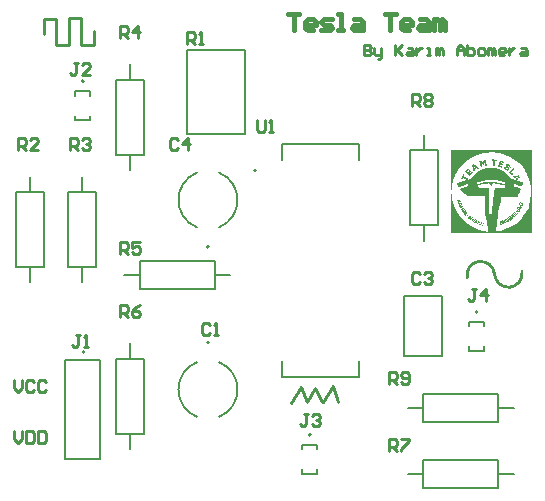
<source format=gbr>
G04*
G04 #@! TF.GenerationSoftware,Altium Limited,Altium Designer,24.7.2 (38)*
G04*
G04 Layer_Color=65535*
%FSLAX44Y44*%
%MOMM*%
G71*
G04*
G04 #@! TF.SameCoordinates,DA7644E0-93A3-41EC-BC17-E7A0BFE8D910*
G04*
G04*
G04 #@! TF.FilePolarity,Positive*
G04*
G01*
G75*
%ADD10C,0.2000*%
%ADD11C,0.1270*%
%ADD12C,0.2540*%
%ADD13C,0.3810*%
G36*
X450173Y295744D02*
Y295604D01*
Y295464D01*
Y295323D01*
Y295183D01*
Y295042D01*
Y294902D01*
Y294761D01*
Y294621D01*
Y294480D01*
Y294340D01*
Y294200D01*
Y294059D01*
Y293919D01*
Y293778D01*
Y293638D01*
Y293497D01*
Y293357D01*
Y293216D01*
Y293076D01*
Y292936D01*
Y292795D01*
Y292655D01*
Y292514D01*
Y292374D01*
Y292233D01*
Y292093D01*
Y291952D01*
Y291812D01*
Y291672D01*
Y291531D01*
Y291391D01*
Y291250D01*
Y291110D01*
Y290969D01*
Y290829D01*
Y290688D01*
Y290548D01*
Y290408D01*
Y290267D01*
Y290127D01*
Y289986D01*
Y289846D01*
Y289706D01*
Y289565D01*
Y289425D01*
Y289284D01*
Y289144D01*
Y289003D01*
Y288863D01*
Y288722D01*
Y288582D01*
Y288442D01*
Y288301D01*
Y288161D01*
Y288020D01*
Y287880D01*
Y287739D01*
Y287599D01*
Y287458D01*
Y287318D01*
Y287178D01*
Y287037D01*
Y286897D01*
Y286756D01*
Y286616D01*
Y286475D01*
Y286335D01*
Y286194D01*
Y286054D01*
Y285914D01*
Y285773D01*
Y285633D01*
Y285492D01*
Y285352D01*
Y285211D01*
Y285071D01*
Y284930D01*
Y284790D01*
Y284650D01*
Y284509D01*
Y284369D01*
Y284228D01*
Y284088D01*
Y283947D01*
Y283807D01*
Y283666D01*
Y283526D01*
Y283386D01*
Y283245D01*
Y283105D01*
Y282964D01*
Y282824D01*
Y282683D01*
Y282543D01*
Y282402D01*
Y282262D01*
Y282122D01*
Y281981D01*
Y281841D01*
Y281700D01*
Y281560D01*
Y281419D01*
Y281279D01*
Y281139D01*
Y280998D01*
Y280858D01*
Y280717D01*
Y280577D01*
Y280436D01*
Y280296D01*
Y280156D01*
Y280015D01*
Y279875D01*
Y279734D01*
Y279594D01*
Y279453D01*
Y279313D01*
Y279172D01*
Y279032D01*
Y278892D01*
Y278751D01*
Y278611D01*
Y278470D01*
Y278330D01*
Y278189D01*
Y278049D01*
Y277908D01*
Y277768D01*
Y277628D01*
Y277487D01*
Y277347D01*
Y277206D01*
Y277066D01*
Y276925D01*
Y276785D01*
Y276644D01*
Y276504D01*
Y276364D01*
Y276223D01*
Y276083D01*
Y275942D01*
Y275802D01*
Y275661D01*
Y275521D01*
Y275380D01*
Y275240D01*
Y275100D01*
Y274959D01*
Y274819D01*
Y274678D01*
Y274538D01*
Y274397D01*
Y274257D01*
Y274116D01*
Y273976D01*
Y273836D01*
Y273695D01*
Y273555D01*
Y273414D01*
Y273274D01*
Y273133D01*
Y272993D01*
Y272852D01*
Y272712D01*
Y272572D01*
Y272431D01*
Y272291D01*
Y272150D01*
Y272010D01*
Y271869D01*
Y271729D01*
Y271589D01*
Y271448D01*
Y271308D01*
Y271167D01*
Y271027D01*
Y270886D01*
Y270746D01*
Y270606D01*
Y270465D01*
Y270325D01*
Y270184D01*
Y270044D01*
Y269903D01*
Y269763D01*
Y269622D01*
Y269482D01*
Y269342D01*
Y269201D01*
Y269061D01*
Y268920D01*
Y268780D01*
Y268639D01*
Y268499D01*
Y268358D01*
Y268218D01*
Y268078D01*
Y267937D01*
Y267797D01*
Y267656D01*
Y267516D01*
Y267375D01*
Y267235D01*
Y267094D01*
Y266954D01*
Y266814D01*
Y266673D01*
Y266533D01*
Y266392D01*
Y266252D01*
Y266111D01*
Y265971D01*
Y265830D01*
Y265690D01*
Y265550D01*
Y265409D01*
Y265269D01*
Y265128D01*
Y264988D01*
Y264847D01*
Y264707D01*
Y264566D01*
Y264426D01*
Y264286D01*
Y264145D01*
Y264005D01*
Y263864D01*
Y263724D01*
Y263583D01*
Y263443D01*
Y263302D01*
Y263162D01*
Y263022D01*
Y262881D01*
Y262741D01*
Y262600D01*
Y262460D01*
Y262319D01*
Y262179D01*
Y262039D01*
Y261898D01*
Y261758D01*
Y261617D01*
Y261477D01*
Y261336D01*
Y261196D01*
Y261056D01*
Y260915D01*
Y260775D01*
Y260634D01*
Y260494D01*
Y260353D01*
Y260213D01*
Y260072D01*
Y259932D01*
Y259792D01*
Y259651D01*
Y259511D01*
Y259370D01*
Y259230D01*
Y259089D01*
Y258949D01*
Y258808D01*
Y258668D01*
Y258528D01*
Y258387D01*
Y258247D01*
Y258106D01*
Y257966D01*
Y257825D01*
Y257685D01*
Y257544D01*
Y257404D01*
Y257264D01*
Y257123D01*
Y256983D01*
Y256842D01*
Y256702D01*
Y256561D01*
Y256421D01*
Y256280D01*
Y256140D01*
Y256000D01*
Y255859D01*
Y255719D01*
Y255578D01*
Y255438D01*
Y255297D01*
Y255157D01*
Y255016D01*
Y254876D01*
Y254736D01*
Y254595D01*
Y254455D01*
Y254314D01*
Y254174D01*
Y254033D01*
Y253893D01*
Y253752D01*
Y253612D01*
Y253472D01*
Y253331D01*
Y253191D01*
Y253050D01*
Y252910D01*
Y252769D01*
Y252629D01*
Y252488D01*
Y252348D01*
Y252208D01*
Y252067D01*
Y251927D01*
Y251786D01*
Y251646D01*
Y251506D01*
Y251365D01*
Y251225D01*
Y251084D01*
Y250944D01*
Y250803D01*
Y250663D01*
Y250522D01*
Y250382D01*
Y250242D01*
Y250101D01*
Y249961D01*
Y249820D01*
Y249680D01*
Y249539D01*
Y249399D01*
Y249258D01*
Y249118D01*
Y248978D01*
Y248837D01*
Y248697D01*
Y248556D01*
Y248416D01*
Y248275D01*
Y248135D01*
Y247994D01*
Y247854D01*
Y247714D01*
Y247573D01*
Y247433D01*
Y247292D01*
Y247152D01*
Y247011D01*
Y246871D01*
Y246730D01*
Y246590D01*
Y246450D01*
Y246309D01*
Y246169D01*
Y246028D01*
Y245888D01*
Y245747D01*
Y245607D01*
Y245466D01*
Y245326D01*
Y245186D01*
Y245045D01*
Y244905D01*
Y244764D01*
Y244624D01*
Y244483D01*
Y244343D01*
Y244202D01*
Y244062D01*
Y243922D01*
Y243781D01*
Y243641D01*
Y243500D01*
Y243360D01*
Y243220D01*
Y243079D01*
Y242939D01*
Y242798D01*
Y242658D01*
Y242517D01*
Y242377D01*
Y242236D01*
Y242096D01*
Y241956D01*
Y241815D01*
Y241675D01*
Y241534D01*
Y241394D01*
Y241253D01*
Y241113D01*
Y240972D01*
Y240832D01*
Y240692D01*
Y240551D01*
Y240411D01*
Y240270D01*
Y240130D01*
Y239989D01*
Y239849D01*
Y239708D01*
Y239568D01*
Y239428D01*
Y239287D01*
Y239147D01*
Y239006D01*
Y238866D01*
Y238725D01*
Y238585D01*
Y238444D01*
Y238304D01*
Y238164D01*
Y238023D01*
Y237883D01*
Y237742D01*
Y237602D01*
Y237461D01*
Y237321D01*
Y237181D01*
Y237040D01*
Y236900D01*
Y236759D01*
Y236619D01*
Y236478D01*
Y236338D01*
Y236197D01*
Y236057D01*
Y235917D01*
Y235776D01*
Y235636D01*
Y235495D01*
Y235355D01*
Y235214D01*
Y235074D01*
Y234933D01*
Y234793D01*
Y234653D01*
Y234512D01*
Y234372D01*
Y234231D01*
Y234091D01*
Y233950D01*
Y233810D01*
Y233669D01*
Y233529D01*
Y233389D01*
Y233248D01*
Y233108D01*
Y232967D01*
Y232827D01*
Y232686D01*
Y232546D01*
Y232405D01*
Y232265D01*
Y232125D01*
Y231984D01*
Y231844D01*
Y231703D01*
Y231563D01*
Y231422D01*
Y231282D01*
Y231141D01*
Y231001D01*
Y230861D01*
Y230720D01*
Y230580D01*
Y230439D01*
Y230299D01*
Y230158D01*
Y230018D01*
Y229877D01*
Y229737D01*
Y229597D01*
Y229456D01*
Y229316D01*
Y229175D01*
Y229035D01*
Y228894D01*
Y228754D01*
Y228614D01*
Y228473D01*
Y228333D01*
Y228192D01*
Y228052D01*
Y227911D01*
Y227771D01*
Y227631D01*
Y227490D01*
Y227350D01*
Y227209D01*
Y227069D01*
Y226928D01*
Y226788D01*
Y226647D01*
Y226507D01*
Y226367D01*
X381497D01*
Y226507D01*
Y226647D01*
Y226788D01*
Y226928D01*
Y227069D01*
Y227209D01*
Y227350D01*
Y227490D01*
Y227631D01*
Y227771D01*
Y227911D01*
Y228052D01*
Y228192D01*
Y228333D01*
Y228473D01*
Y228614D01*
Y228754D01*
Y228894D01*
Y229035D01*
Y229175D01*
Y229316D01*
Y229456D01*
Y229597D01*
Y229737D01*
Y229877D01*
Y230018D01*
Y230158D01*
Y230299D01*
Y230439D01*
Y230580D01*
Y230720D01*
Y230861D01*
Y231001D01*
Y231141D01*
Y231282D01*
Y231422D01*
Y231563D01*
Y231703D01*
Y231844D01*
Y231984D01*
Y232125D01*
Y232265D01*
Y232405D01*
Y232546D01*
Y232686D01*
Y232827D01*
Y232967D01*
Y233108D01*
Y233248D01*
Y233389D01*
Y233529D01*
Y233669D01*
Y233810D01*
Y233950D01*
Y234091D01*
Y234231D01*
Y234372D01*
Y234512D01*
Y234653D01*
Y234793D01*
Y234933D01*
Y235074D01*
Y235214D01*
Y235355D01*
Y235495D01*
Y235636D01*
Y235776D01*
Y235917D01*
Y236057D01*
Y236197D01*
Y236338D01*
Y236478D01*
Y236619D01*
Y236759D01*
Y236900D01*
Y237040D01*
Y237181D01*
Y237321D01*
Y237461D01*
Y237602D01*
Y237742D01*
Y237883D01*
Y238023D01*
Y238164D01*
Y238304D01*
Y238444D01*
Y238585D01*
Y238725D01*
Y238866D01*
Y239006D01*
Y239147D01*
Y239287D01*
Y239428D01*
Y239568D01*
Y239708D01*
Y239849D01*
Y239989D01*
Y240130D01*
Y240270D01*
Y240411D01*
Y240551D01*
Y240692D01*
Y240832D01*
Y240972D01*
Y241113D01*
Y241253D01*
Y241394D01*
Y241534D01*
Y241675D01*
Y241815D01*
Y241956D01*
Y242096D01*
Y242236D01*
Y242377D01*
Y242517D01*
Y242658D01*
Y242798D01*
Y242939D01*
Y243079D01*
Y243220D01*
Y243360D01*
Y243500D01*
Y243641D01*
Y243781D01*
Y243922D01*
Y244062D01*
Y244202D01*
Y244343D01*
Y244483D01*
Y244624D01*
Y244764D01*
Y244905D01*
Y245045D01*
Y245186D01*
Y245326D01*
Y245466D01*
Y245607D01*
Y245747D01*
Y245888D01*
Y246028D01*
Y246169D01*
Y246309D01*
Y246450D01*
Y246590D01*
Y246730D01*
Y246871D01*
Y247011D01*
Y247152D01*
Y247292D01*
Y247433D01*
Y247573D01*
Y247714D01*
Y247854D01*
Y247994D01*
Y248135D01*
Y248275D01*
Y248416D01*
Y248556D01*
Y248697D01*
Y248837D01*
Y248978D01*
Y249118D01*
Y249258D01*
Y249399D01*
Y249539D01*
Y249680D01*
Y249820D01*
Y249961D01*
Y250101D01*
Y250242D01*
Y250382D01*
Y250522D01*
Y250663D01*
Y250803D01*
Y250944D01*
Y251084D01*
Y251225D01*
Y251365D01*
Y251506D01*
Y251646D01*
Y251786D01*
Y251927D01*
Y252067D01*
Y252208D01*
Y252348D01*
Y252488D01*
Y252629D01*
Y252769D01*
Y252910D01*
Y253050D01*
Y253191D01*
Y253331D01*
Y253472D01*
Y253612D01*
Y253752D01*
Y253893D01*
Y254033D01*
Y254174D01*
Y254314D01*
Y254455D01*
Y254595D01*
Y254736D01*
Y254876D01*
Y255016D01*
Y255157D01*
Y255297D01*
Y255438D01*
Y255578D01*
Y255719D01*
Y255859D01*
Y256000D01*
Y256140D01*
Y256280D01*
Y256421D01*
Y256561D01*
Y256702D01*
Y256842D01*
Y256983D01*
Y257123D01*
Y257264D01*
Y257404D01*
Y257544D01*
Y257685D01*
Y257825D01*
Y257966D01*
Y258106D01*
Y258247D01*
Y258387D01*
Y258528D01*
Y258668D01*
Y258808D01*
Y258949D01*
Y259089D01*
Y259230D01*
Y259370D01*
Y259511D01*
Y259651D01*
Y259792D01*
Y259932D01*
Y260072D01*
Y260213D01*
Y260353D01*
Y260494D01*
Y260634D01*
Y260775D01*
Y260915D01*
Y261056D01*
Y261196D01*
Y261336D01*
Y261477D01*
Y261617D01*
Y261758D01*
Y261898D01*
Y262039D01*
Y262179D01*
Y262319D01*
Y262460D01*
Y262600D01*
Y262741D01*
Y262881D01*
Y263022D01*
Y263162D01*
Y263302D01*
Y263443D01*
Y263583D01*
Y263724D01*
Y263864D01*
Y264005D01*
Y264145D01*
Y264286D01*
Y264426D01*
Y264566D01*
Y264707D01*
Y264847D01*
Y264988D01*
Y265128D01*
Y265269D01*
Y265409D01*
Y265550D01*
Y265690D01*
Y265830D01*
Y265971D01*
Y266111D01*
Y266252D01*
Y266392D01*
Y266533D01*
Y266673D01*
Y266814D01*
Y266954D01*
Y267094D01*
Y267235D01*
Y267375D01*
Y267516D01*
Y267656D01*
Y267797D01*
Y267937D01*
Y268078D01*
Y268218D01*
Y268358D01*
Y268499D01*
Y268639D01*
Y268780D01*
Y268920D01*
Y269061D01*
Y269201D01*
Y269342D01*
Y269482D01*
Y269622D01*
Y269763D01*
Y269903D01*
Y270044D01*
Y270184D01*
Y270325D01*
Y270465D01*
Y270606D01*
Y270746D01*
Y270886D01*
Y271027D01*
Y271167D01*
Y271308D01*
Y271448D01*
Y271589D01*
Y271729D01*
Y271869D01*
Y272010D01*
Y272150D01*
Y272291D01*
Y272431D01*
Y272572D01*
Y272712D01*
Y272852D01*
Y272993D01*
Y273133D01*
Y273274D01*
Y273414D01*
Y273555D01*
Y273695D01*
Y273836D01*
Y273976D01*
Y274116D01*
Y274257D01*
Y274397D01*
Y274538D01*
Y274678D01*
Y274819D01*
Y274959D01*
Y275100D01*
Y275240D01*
Y275380D01*
Y275521D01*
Y275661D01*
Y275802D01*
Y275942D01*
Y276083D01*
Y276223D01*
Y276364D01*
Y276504D01*
Y276644D01*
Y276785D01*
Y276925D01*
Y277066D01*
Y277206D01*
Y277347D01*
Y277487D01*
Y277628D01*
Y277768D01*
Y277908D01*
Y278049D01*
Y278189D01*
Y278330D01*
Y278470D01*
Y278611D01*
Y278751D01*
Y278892D01*
Y279032D01*
Y279172D01*
Y279313D01*
Y279453D01*
Y279594D01*
Y279734D01*
Y279875D01*
Y280015D01*
Y280156D01*
Y280296D01*
Y280436D01*
Y280577D01*
Y280717D01*
Y280858D01*
Y280998D01*
Y281139D01*
Y281279D01*
Y281419D01*
Y281560D01*
Y281700D01*
Y281841D01*
Y281981D01*
Y282122D01*
Y282262D01*
Y282402D01*
Y282543D01*
Y282683D01*
Y282824D01*
Y282964D01*
Y283105D01*
Y283245D01*
Y283386D01*
Y283526D01*
Y283666D01*
Y283807D01*
Y283947D01*
Y284088D01*
Y284228D01*
Y284369D01*
Y284509D01*
Y284650D01*
Y284790D01*
Y284930D01*
Y285071D01*
Y285211D01*
Y285352D01*
Y285492D01*
Y285633D01*
Y285773D01*
Y285914D01*
Y286054D01*
Y286194D01*
Y286335D01*
Y286475D01*
Y286616D01*
Y286756D01*
Y286897D01*
Y287037D01*
Y287178D01*
Y287318D01*
Y287458D01*
Y287599D01*
Y287739D01*
Y287880D01*
Y288020D01*
Y288161D01*
Y288301D01*
Y288442D01*
Y288582D01*
Y288722D01*
Y288863D01*
Y289003D01*
Y289144D01*
Y289284D01*
Y289425D01*
Y289565D01*
Y289706D01*
Y289846D01*
Y289986D01*
Y290127D01*
Y290267D01*
Y290408D01*
Y290548D01*
Y290688D01*
Y290829D01*
Y290969D01*
Y291110D01*
Y291250D01*
Y291391D01*
Y291531D01*
Y291672D01*
Y291812D01*
Y291952D01*
Y292093D01*
Y292233D01*
Y292374D01*
Y292514D01*
Y292655D01*
Y292795D01*
Y292936D01*
Y293076D01*
Y293216D01*
Y293357D01*
Y293497D01*
Y293638D01*
Y293778D01*
Y293919D01*
Y294059D01*
Y294200D01*
Y294340D01*
Y294480D01*
Y294621D01*
Y294761D01*
Y294902D01*
Y295042D01*
Y295183D01*
Y295323D01*
Y295464D01*
Y295604D01*
Y295744D01*
Y295885D01*
X450173D01*
Y295744D01*
D02*
G37*
%LPC*%
G36*
X419136Y294200D02*
X418153D01*
Y294059D01*
X418012D01*
Y294200D01*
X417169D01*
Y294059D01*
X417029D01*
Y294200D01*
X414220D01*
Y294059D01*
X412675D01*
Y293919D01*
X412254D01*
Y294059D01*
X411973D01*
Y293919D01*
X411833D01*
Y294059D01*
X411692D01*
Y293919D01*
X411130D01*
Y293778D01*
X410428D01*
Y293638D01*
X410288D01*
Y293778D01*
X409867D01*
Y293638D01*
X409586D01*
Y293497D01*
X409305D01*
Y293638D01*
X409024D01*
Y293497D01*
X409305D01*
Y293357D01*
X409024D01*
Y293497D01*
X408462D01*
Y293357D01*
X407900D01*
Y293216D01*
X407339D01*
Y293076D01*
X407058D01*
Y292936D01*
X406496D01*
Y292795D01*
X405934D01*
Y292655D01*
X405513D01*
Y292514D01*
X405092D01*
Y292374D01*
X404811D01*
Y292233D01*
X404670D01*
Y292093D01*
X404389D01*
Y292233D01*
X404109D01*
Y292093D01*
X403968D01*
Y291952D01*
X403687D01*
Y291812D01*
X403266D01*
Y291672D01*
X402704D01*
Y291531D01*
X402423D01*
Y291391D01*
Y291250D01*
X402002D01*
Y291110D01*
X401721D01*
Y290969D01*
X401440D01*
Y290829D01*
X401019D01*
Y290688D01*
X400597D01*
Y290548D01*
X400457D01*
Y290408D01*
X400176D01*
Y290267D01*
X399755D01*
Y290127D01*
Y289986D01*
X399333D01*
Y289846D01*
X399193D01*
Y289706D01*
X398912D01*
Y289565D01*
X398491D01*
Y289425D01*
X398210D01*
Y289284D01*
X398069D01*
Y289144D01*
X397929D01*
Y289003D01*
X397648D01*
Y288863D01*
X397789D01*
Y288722D01*
X397227D01*
Y288582D01*
X396946D01*
Y288442D01*
X396806D01*
Y288301D01*
X396665D01*
Y288161D01*
X396244D01*
Y288020D01*
Y287880D01*
Y287739D01*
X395822D01*
Y287599D01*
X395682D01*
Y287458D01*
X395401D01*
Y287318D01*
X395261D01*
Y287178D01*
X395120D01*
Y287037D01*
X394839D01*
Y286897D01*
X394699D01*
Y286756D01*
X394418D01*
Y286616D01*
Y286475D01*
X394278D01*
Y286335D01*
X393997D01*
Y286194D01*
X393856D01*
Y286054D01*
X393716D01*
Y285914D01*
X393575D01*
Y285773D01*
X393435D01*
Y285633D01*
X393154D01*
Y285492D01*
X393014D01*
Y285352D01*
X392873D01*
Y285211D01*
X392733D01*
Y285071D01*
X392592D01*
Y284930D01*
X392452D01*
Y284790D01*
X392311D01*
Y284650D01*
X392171D01*
Y284509D01*
X392030D01*
Y284369D01*
X391890D01*
Y284228D01*
X391750D01*
Y284088D01*
X391609D01*
Y283947D01*
X391469D01*
Y283807D01*
X391188D01*
Y283666D01*
Y283526D01*
Y283386D01*
X391048D01*
Y283245D01*
X390907D01*
Y283105D01*
X390626D01*
Y282964D01*
Y282824D01*
X390486D01*
Y282683D01*
X390345D01*
Y282543D01*
X390205D01*
Y282402D01*
X390064D01*
Y282262D01*
X389924D01*
Y282122D01*
Y281981D01*
X389784D01*
Y281841D01*
X389643D01*
Y281700D01*
X389503D01*
Y281560D01*
X389362D01*
Y281419D01*
X389222D01*
Y281279D01*
Y281139D01*
X389081D01*
Y280998D01*
X388941D01*
Y280858D01*
Y280717D01*
X388800D01*
Y280577D01*
X388660D01*
Y280436D01*
Y280296D01*
X388520D01*
Y280156D01*
X388379D01*
Y280015D01*
X388239D01*
Y279875D01*
X388098D01*
Y279734D01*
Y279594D01*
Y279453D01*
X387817D01*
Y279313D01*
Y279172D01*
X387677D01*
Y279032D01*
X387536D01*
Y278892D01*
Y278751D01*
X387396D01*
Y278611D01*
X387256D01*
Y278470D01*
Y278330D01*
X387115D01*
Y278189D01*
Y278049D01*
X386975D01*
Y277908D01*
Y277768D01*
X386834D01*
Y277628D01*
X386694D01*
Y277487D01*
X386553D01*
Y277347D01*
Y277206D01*
Y277066D01*
X386413D01*
Y276925D01*
Y276785D01*
X386273D01*
Y276644D01*
X386132D01*
Y276504D01*
Y276364D01*
X385992D01*
Y276223D01*
Y276083D01*
X385851D01*
Y275942D01*
Y275802D01*
X385711D01*
Y275661D01*
Y275521D01*
X385570D01*
Y275380D01*
Y275240D01*
X385430D01*
Y275100D01*
Y274959D01*
X385289D01*
Y274819D01*
Y274678D01*
Y274538D01*
X385149D01*
Y274397D01*
Y274257D01*
X385009D01*
Y274116D01*
Y273976D01*
X384868D01*
Y273836D01*
Y273695D01*
X384728D01*
Y273555D01*
Y273414D01*
X384587D01*
Y273274D01*
Y273133D01*
Y272993D01*
Y272852D01*
X384447D01*
Y272712D01*
Y272572D01*
X384306D01*
Y272431D01*
Y272291D01*
X384166D01*
Y272150D01*
Y272010D01*
Y271869D01*
X384025D01*
Y271729D01*
Y271589D01*
Y271448D01*
X383885D01*
Y271308D01*
Y271167D01*
Y271027D01*
Y270886D01*
X383745D01*
Y270746D01*
Y270606D01*
Y270465D01*
X383604D01*
Y270325D01*
Y270184D01*
Y270044D01*
X383464D01*
Y269903D01*
Y269763D01*
Y269622D01*
X383323D01*
Y269482D01*
Y269342D01*
Y269201D01*
Y269061D01*
Y268920D01*
X383183D01*
Y268780D01*
Y268639D01*
Y268499D01*
Y268358D01*
X383042D01*
Y268218D01*
Y268078D01*
Y267937D01*
Y267797D01*
X382902D01*
Y267656D01*
Y267516D01*
Y267375D01*
Y267235D01*
X382761D01*
Y267094D01*
Y266954D01*
Y266814D01*
Y266673D01*
Y266533D01*
Y266392D01*
Y266252D01*
X382621D01*
Y266111D01*
Y265971D01*
Y265830D01*
Y265690D01*
Y265550D01*
Y265409D01*
Y265269D01*
X382481D01*
Y265128D01*
Y264988D01*
Y264847D01*
Y264707D01*
Y264566D01*
Y264426D01*
Y264286D01*
Y264145D01*
X382340D01*
Y264005D01*
Y263864D01*
Y263724D01*
Y263583D01*
Y263443D01*
Y263302D01*
Y263162D01*
Y263022D01*
Y262881D01*
Y262741D01*
X382200D01*
Y262600D01*
Y262460D01*
Y262319D01*
Y262179D01*
Y262039D01*
Y261898D01*
Y261758D01*
Y261617D01*
Y261477D01*
Y261336D01*
Y261196D01*
Y261056D01*
Y260915D01*
Y260775D01*
Y260634D01*
Y260494D01*
Y260353D01*
Y260213D01*
Y260072D01*
Y259932D01*
Y259792D01*
Y259651D01*
Y259511D01*
Y259370D01*
Y259230D01*
Y259089D01*
Y258949D01*
Y258808D01*
Y258668D01*
X382340D01*
Y258528D01*
Y258387D01*
Y258247D01*
Y258106D01*
Y257966D01*
Y257825D01*
Y257685D01*
Y257544D01*
Y257404D01*
X382481D01*
Y257264D01*
Y257123D01*
Y256983D01*
Y256842D01*
Y256702D01*
Y256561D01*
Y256421D01*
Y256280D01*
X382621D01*
Y256140D01*
Y256000D01*
Y255859D01*
Y255719D01*
Y255578D01*
Y255438D01*
X382761D01*
Y255297D01*
Y255157D01*
Y255016D01*
Y254876D01*
Y254736D01*
Y254595D01*
X382902D01*
Y254455D01*
Y254314D01*
Y254174D01*
Y254033D01*
Y253893D01*
X383042D01*
Y253752D01*
Y253612D01*
Y253472D01*
Y253331D01*
X383183D01*
Y253191D01*
Y253050D01*
Y252910D01*
Y252769D01*
X383323D01*
Y252629D01*
Y252488D01*
Y252348D01*
Y252208D01*
Y252067D01*
X383464D01*
Y251927D01*
Y251786D01*
Y251646D01*
X383604D01*
Y251506D01*
Y251365D01*
Y251225D01*
Y251084D01*
X383745D01*
Y250944D01*
Y250803D01*
Y250663D01*
X383885D01*
Y250522D01*
Y250382D01*
X384025D01*
Y250242D01*
Y250101D01*
Y249961D01*
Y249820D01*
X384166D01*
Y249680D01*
Y249539D01*
Y249399D01*
X384306D01*
Y249258D01*
Y249118D01*
X384447D01*
Y248978D01*
Y248837D01*
X384587D01*
Y248697D01*
Y248556D01*
Y248416D01*
Y248275D01*
X384728D01*
Y248135D01*
Y247994D01*
X384868D01*
Y247854D01*
Y247714D01*
Y247573D01*
X385009D01*
Y247433D01*
Y247292D01*
X385149D01*
Y247152D01*
Y247011D01*
X385289D01*
Y246871D01*
Y246730D01*
X385430D01*
Y246590D01*
Y246450D01*
X385570D01*
Y246309D01*
Y246169D01*
X385711D01*
Y246028D01*
Y245888D01*
X385851D01*
Y245747D01*
Y245607D01*
X385992D01*
Y245466D01*
Y245326D01*
X386132D01*
Y245186D01*
Y245045D01*
Y244905D01*
X386273D01*
Y244764D01*
X386413D01*
Y244624D01*
Y244483D01*
X386553D01*
Y244343D01*
Y244202D01*
X386694D01*
Y244062D01*
Y243922D01*
X386834D01*
Y243781D01*
X386975D01*
Y243641D01*
Y243500D01*
X387115D01*
Y243360D01*
X387256D01*
Y243220D01*
Y243079D01*
X387396D01*
Y242939D01*
Y242798D01*
X387536D01*
Y242658D01*
Y242517D01*
X387677D01*
Y242377D01*
X387817D01*
Y242236D01*
Y242096D01*
X387958D01*
Y241956D01*
X388098D01*
Y241815D01*
X388239D01*
Y241675D01*
Y241534D01*
X388379D01*
Y241394D01*
Y241253D01*
X388520D01*
Y241113D01*
X388660D01*
Y240972D01*
X388800D01*
Y240832D01*
Y240692D01*
X388941D01*
Y240551D01*
X389081D01*
Y240411D01*
X389222D01*
Y240270D01*
X389362D01*
Y240130D01*
Y239989D01*
X389503D01*
Y239849D01*
X389643D01*
Y239708D01*
Y239568D01*
X389784D01*
Y239428D01*
X389924D01*
Y239287D01*
X390064D01*
Y239147D01*
X390205D01*
Y239006D01*
X390345D01*
Y238866D01*
X390486D01*
Y238725D01*
X390626D01*
Y238585D01*
X390767D01*
Y238444D01*
X390907D01*
Y238304D01*
Y238164D01*
X391048D01*
Y238023D01*
X391188D01*
Y237883D01*
X391328D01*
Y237742D01*
X391469D01*
Y237602D01*
X391609D01*
Y237461D01*
X391750D01*
Y237321D01*
X391890D01*
Y237181D01*
X392030D01*
Y237040D01*
X392171D01*
Y236900D01*
X392311D01*
Y236759D01*
X392452D01*
Y236619D01*
X392592D01*
Y236478D01*
X392733D01*
Y236338D01*
X392873D01*
Y236197D01*
X393014D01*
Y236057D01*
X393154D01*
Y235917D01*
X393435D01*
Y235776D01*
X393575D01*
Y235636D01*
X393716D01*
Y235495D01*
X393856D01*
Y235355D01*
X393997D01*
Y235214D01*
X394137D01*
Y235074D01*
X394278D01*
Y234933D01*
X394558D01*
Y234793D01*
X394699D01*
Y234653D01*
X394839D01*
Y234512D01*
X394980D01*
Y234372D01*
X395120D01*
Y234231D01*
X395401D01*
Y234091D01*
X395542D01*
Y233950D01*
X395822D01*
Y233810D01*
X395963D01*
Y233669D01*
X396103D01*
Y233529D01*
X396244D01*
Y233389D01*
X396525D01*
Y233248D01*
X396665D01*
Y233108D01*
X396946D01*
Y232967D01*
X397227D01*
Y232827D01*
X397367D01*
Y232686D01*
X397508D01*
Y232546D01*
X397648D01*
Y232405D01*
X397929D01*
Y232265D01*
X398210D01*
Y232125D01*
X398350D01*
Y231984D01*
X398631D01*
Y231844D01*
X398772D01*
Y231703D01*
X399053D01*
Y231563D01*
X399333D01*
Y231422D01*
X399474D01*
Y231282D01*
X399755D01*
Y231141D01*
X400036D01*
Y231001D01*
X400317D01*
Y230861D01*
X400597D01*
Y230720D01*
X400878D01*
Y230580D01*
X401159D01*
Y230439D01*
X401440D01*
Y230299D01*
X401861D01*
Y230158D01*
X402002D01*
Y230018D01*
X402283D01*
Y229877D01*
X402564D01*
Y229737D01*
X402845D01*
Y229597D01*
X403406D01*
Y229456D01*
X403547D01*
Y229316D01*
X403968D01*
Y229175D01*
X404249D01*
Y229035D01*
X404811D01*
Y228894D01*
X405092D01*
Y228754D01*
X405372D01*
Y228614D01*
X405934D01*
Y228473D01*
X406215D01*
Y228333D01*
X406777D01*
Y228192D01*
X407339D01*
Y228052D01*
X407760D01*
Y227911D01*
X408181D01*
Y227771D01*
X408884D01*
Y227631D01*
X409445D01*
Y227490D01*
X410288D01*
Y227350D01*
X411552D01*
Y227209D01*
X412956D01*
Y227069D01*
X413097D01*
Y227209D01*
X413518D01*
Y227350D01*
X413799D01*
Y227490D01*
Y227631D01*
X413658D01*
Y227771D01*
X413518D01*
Y227911D01*
Y228052D01*
X413378D01*
Y228192D01*
Y228333D01*
Y228473D01*
Y228614D01*
Y228754D01*
X413237D01*
Y228894D01*
X413378D01*
Y229035D01*
Y229175D01*
Y229316D01*
X413237D01*
Y229456D01*
Y229597D01*
Y229737D01*
Y229877D01*
Y230018D01*
Y230158D01*
X413097D01*
Y230299D01*
Y230439D01*
Y230580D01*
Y230720D01*
Y230861D01*
Y231001D01*
X412956D01*
Y231141D01*
Y231282D01*
Y231422D01*
X412816D01*
Y231563D01*
Y231703D01*
Y231844D01*
Y231984D01*
Y232125D01*
Y232265D01*
X412675D01*
Y232405D01*
Y232546D01*
Y232686D01*
Y232827D01*
Y232967D01*
Y233108D01*
X412535D01*
Y233248D01*
Y233389D01*
Y233529D01*
Y233669D01*
Y233810D01*
Y233950D01*
X412394D01*
Y234091D01*
Y234231D01*
Y234372D01*
Y234512D01*
Y234653D01*
X412254D01*
Y234793D01*
Y234933D01*
Y235074D01*
Y235214D01*
X412114D01*
Y235355D01*
X412254D01*
Y235495D01*
Y235636D01*
Y235776D01*
X412114D01*
Y235917D01*
Y236057D01*
Y236197D01*
Y236338D01*
Y236478D01*
Y236619D01*
X411973D01*
Y236759D01*
Y236900D01*
Y237040D01*
Y237181D01*
Y237321D01*
X411833D01*
Y237461D01*
Y237602D01*
X411692D01*
Y237742D01*
X411552D01*
Y237883D01*
Y238023D01*
Y238164D01*
X411411D01*
Y238304D01*
Y238444D01*
Y238585D01*
Y238725D01*
Y238866D01*
Y239006D01*
Y239147D01*
X411271D01*
Y239287D01*
Y239428D01*
Y239568D01*
Y239708D01*
X411130D01*
Y239849D01*
Y239989D01*
Y240130D01*
X410990D01*
Y240270D01*
Y240411D01*
Y240551D01*
X410850D01*
Y240692D01*
Y240832D01*
Y240972D01*
X410709D01*
Y241113D01*
Y241253D01*
Y241394D01*
Y241534D01*
Y241675D01*
Y241815D01*
X410569D01*
Y241956D01*
Y242096D01*
Y242236D01*
Y242377D01*
Y242517D01*
Y242658D01*
Y242798D01*
Y242939D01*
Y243079D01*
X410428D01*
Y243220D01*
Y243360D01*
Y243500D01*
Y243641D01*
Y243781D01*
Y243922D01*
Y244062D01*
Y244202D01*
Y244343D01*
Y244483D01*
Y244624D01*
Y244764D01*
Y244905D01*
Y245045D01*
Y245186D01*
X410569D01*
Y245326D01*
Y245466D01*
Y245607D01*
Y245747D01*
Y245888D01*
Y246028D01*
Y246169D01*
Y246309D01*
Y246450D01*
Y246590D01*
Y246730D01*
Y246871D01*
Y247011D01*
Y247152D01*
Y247292D01*
Y247433D01*
Y247573D01*
Y247714D01*
Y247854D01*
Y247994D01*
Y248135D01*
Y248275D01*
Y248416D01*
Y248556D01*
Y248697D01*
Y248837D01*
Y248978D01*
Y249118D01*
Y249258D01*
Y249399D01*
Y249539D01*
Y249680D01*
Y249820D01*
Y249961D01*
Y250101D01*
Y250242D01*
Y250382D01*
Y250522D01*
Y250663D01*
Y250803D01*
Y250944D01*
Y251084D01*
Y251225D01*
Y251365D01*
Y251506D01*
Y251646D01*
Y251786D01*
Y251927D01*
Y252067D01*
Y252208D01*
Y252348D01*
Y252488D01*
Y252629D01*
Y252769D01*
Y252910D01*
Y253050D01*
Y253191D01*
Y253331D01*
Y253472D01*
Y253612D01*
Y253752D01*
Y253893D01*
Y254033D01*
Y254174D01*
Y254314D01*
Y254455D01*
Y254595D01*
Y254736D01*
Y254876D01*
Y255016D01*
Y255157D01*
Y255297D01*
Y255438D01*
Y255578D01*
Y255719D01*
Y255859D01*
Y256000D01*
Y256140D01*
X410709D01*
Y256280D01*
Y256421D01*
Y256561D01*
Y256702D01*
Y256842D01*
Y256983D01*
X410569D01*
Y257123D01*
X410709D01*
Y257264D01*
X404530D01*
Y257123D01*
X398491D01*
Y257264D01*
X397227D01*
Y257404D01*
X396103D01*
Y257544D01*
X395120D01*
Y257685D01*
Y257825D01*
Y257966D01*
Y258106D01*
X394980D01*
Y258247D01*
X394558D01*
Y258387D01*
Y258528D01*
X394278D01*
Y258668D01*
X394137D01*
Y258808D01*
X393716D01*
Y258949D01*
X393575D01*
Y259089D01*
X393435D01*
Y259230D01*
X393154D01*
Y259370D01*
X392873D01*
Y259511D01*
X392733D01*
Y259651D01*
Y259792D01*
X392311D01*
Y259932D01*
Y260072D01*
X391890D01*
Y260213D01*
X391750D01*
Y260353D01*
X391609D01*
Y260494D01*
X391469D01*
Y260634D01*
Y260775D01*
X391188D01*
Y260915D01*
X391048D01*
Y261056D01*
Y261196D01*
X390767D01*
Y261336D01*
X390626D01*
Y261477D01*
Y261617D01*
X390486D01*
Y261758D01*
X390345D01*
Y261898D01*
X390205D01*
Y262039D01*
X390064D01*
Y262179D01*
Y262319D01*
X389924D01*
Y262460D01*
X389784D01*
Y262600D01*
X389643D01*
Y262741D01*
X389503D01*
Y262881D01*
Y263022D01*
X389362D01*
Y263162D01*
X389503D01*
Y263302D01*
X389924D01*
Y263443D01*
X390345D01*
Y263583D01*
X390486D01*
Y263724D01*
X390907D01*
Y263864D01*
X391188D01*
Y264005D01*
X391609D01*
Y264145D01*
X392030D01*
Y264286D01*
X392311D01*
Y264426D01*
X392592D01*
Y264566D01*
X393154D01*
Y264707D01*
X393435D01*
Y264847D01*
X393856D01*
Y264988D01*
X394278D01*
Y265128D01*
X394699D01*
Y265269D01*
X395261D01*
Y265409D01*
X395963D01*
Y265550D01*
Y265690D01*
X396103D01*
Y265830D01*
X395963D01*
Y265971D01*
X396103D01*
Y266111D01*
Y266252D01*
Y266392D01*
X396244D01*
Y266533D01*
Y266673D01*
X396384D01*
Y266814D01*
Y266954D01*
Y267094D01*
X396525D01*
Y267235D01*
X396384D01*
Y267375D01*
X395682D01*
Y267235D01*
X395401D01*
Y267094D01*
X395261D01*
Y267235D01*
X394980D01*
Y267094D01*
X394699D01*
Y266954D01*
X394558D01*
Y267094D01*
X394418D01*
Y266954D01*
X394558D01*
Y266814D01*
X393997D01*
Y266673D01*
X393575D01*
Y266533D01*
X393294D01*
Y266392D01*
X392873D01*
Y266252D01*
X392452D01*
Y266111D01*
X392171D01*
Y265971D01*
X391750D01*
Y265830D01*
Y265690D01*
X391328D01*
Y265550D01*
X391188D01*
Y265690D01*
X391048D01*
Y265550D01*
X390907D01*
Y265409D01*
X390486D01*
Y265269D01*
X390064D01*
Y265128D01*
X389643D01*
Y264988D01*
Y264847D01*
X388941D01*
Y264707D01*
X388379D01*
Y264847D01*
Y264988D01*
X388239D01*
Y265128D01*
X388098D01*
Y265269D01*
X387958D01*
Y265409D01*
Y265550D01*
X387817D01*
Y265690D01*
Y265830D01*
X387677D01*
Y265971D01*
Y266111D01*
Y266252D01*
X387536D01*
Y266392D01*
Y266533D01*
X387396D01*
Y266673D01*
Y266814D01*
X387256D01*
Y266954D01*
Y267094D01*
Y267235D01*
X387115D01*
Y267375D01*
X386975D01*
Y267516D01*
Y267656D01*
Y267797D01*
Y267937D01*
Y268078D01*
Y268218D01*
X387396D01*
Y268358D01*
X387817D01*
Y268499D01*
X388239D01*
Y268639D01*
X388660D01*
Y268780D01*
X389081D01*
Y268920D01*
X389362D01*
Y269061D01*
X389784D01*
Y269201D01*
X390205D01*
Y269342D01*
X390626D01*
Y269482D01*
X390907D01*
Y269622D01*
X391469D01*
Y269763D01*
X391890D01*
Y269903D01*
X392311D01*
Y270044D01*
X392733D01*
Y270184D01*
X393154D01*
Y270325D01*
X393575D01*
Y270465D01*
X394137D01*
Y270606D01*
X394699D01*
Y270746D01*
X394839D01*
Y270886D01*
X395120D01*
Y271027D01*
X394839D01*
Y271167D01*
X394418D01*
Y271308D01*
X394278D01*
Y271448D01*
X394137D01*
Y271589D01*
X393716D01*
Y271729D01*
X393575D01*
Y271869D01*
X393435D01*
Y272010D01*
X393154D01*
Y272150D01*
X392873D01*
Y272291D01*
X392592D01*
Y272431D01*
X392311D01*
Y272572D01*
X392171D01*
Y272712D01*
X392030D01*
Y272572D01*
X391890D01*
Y272431D01*
X391750D01*
Y272291D01*
Y272150D01*
Y272010D01*
X391609D01*
Y271869D01*
Y271729D01*
X391469D01*
Y271589D01*
Y271448D01*
X391048D01*
Y271589D01*
X390767D01*
Y271729D01*
X390486D01*
Y271869D01*
X390345D01*
Y272010D01*
Y272150D01*
Y272291D01*
X390486D01*
Y272431D01*
X390626D01*
Y272572D01*
Y272712D01*
Y272852D01*
X390767D01*
Y272993D01*
X390907D01*
Y273133D01*
Y273274D01*
X391048D01*
Y273414D01*
X391188D01*
Y273555D01*
Y273695D01*
Y273836D01*
X391328D01*
Y273976D01*
Y274116D01*
X391469D01*
Y274257D01*
Y274397D01*
X391609D01*
Y274538D01*
Y274678D01*
X391750D01*
Y274819D01*
Y274959D01*
X391890D01*
Y275100D01*
Y275240D01*
X392030D01*
Y275380D01*
Y275521D01*
X392171D01*
Y275661D01*
X392592D01*
Y275521D01*
X392733D01*
Y275380D01*
X393014D01*
Y275240D01*
X393294D01*
Y275100D01*
Y274959D01*
X393154D01*
Y274819D01*
Y274678D01*
X393014D01*
Y274538D01*
Y274397D01*
X392873D01*
Y274257D01*
X392733D01*
Y274116D01*
Y273976D01*
X392592D01*
Y273836D01*
X392733D01*
Y273695D01*
X392873D01*
Y273555D01*
X393014D01*
Y273414D01*
X393294D01*
Y273274D01*
X393435D01*
Y273133D01*
Y272993D01*
X393716D01*
Y273133D01*
X393856D01*
Y272993D01*
Y272852D01*
X393997D01*
Y272993D01*
X394137D01*
Y272852D01*
X394278D01*
Y272712D01*
Y272572D01*
X394558D01*
Y272431D01*
X394980D01*
Y272291D01*
X395120D01*
Y272150D01*
X395963D01*
Y272010D01*
X396244D01*
Y271869D01*
Y271729D01*
Y271589D01*
X396103D01*
Y271448D01*
Y271308D01*
Y271167D01*
X396665D01*
Y271308D01*
X397227D01*
Y271448D01*
X397789D01*
Y271589D01*
X398210D01*
Y271729D01*
X398631D01*
Y271869D01*
Y272010D01*
X398772D01*
Y272150D01*
X398912D01*
Y272291D01*
Y272431D01*
X399053D01*
Y272572D01*
X399193D01*
Y272712D01*
X399333D01*
Y272852D01*
X399474D01*
Y272993D01*
Y273133D01*
X399614D01*
Y273274D01*
X399755D01*
Y273414D01*
Y273555D01*
X400036D01*
Y273695D01*
X400176D01*
Y273836D01*
X400317D01*
Y273976D01*
Y274116D01*
X400457D01*
Y274257D01*
X400597D01*
Y274397D01*
X400738D01*
Y274538D01*
X400878D01*
Y274678D01*
X401019D01*
Y274819D01*
X401159D01*
Y274959D01*
X401300D01*
Y275100D01*
X401440D01*
Y275240D01*
X401581D01*
Y275380D01*
X401721D01*
Y275521D01*
X401861D01*
Y275661D01*
X402002D01*
Y275802D01*
X402142D01*
Y275942D01*
X402283D01*
Y276083D01*
X402423D01*
Y276223D01*
X402564D01*
Y276364D01*
X402845D01*
Y276504D01*
X402985D01*
Y276644D01*
X403266D01*
Y276785D01*
X403406D01*
Y276925D01*
X403547D01*
Y277066D01*
X403828D01*
Y277206D01*
X403968D01*
Y277347D01*
X404109D01*
Y277487D01*
X404249D01*
Y277628D01*
X404530D01*
Y277768D01*
X404670D01*
Y277908D01*
X404811D01*
Y278049D01*
X404951D01*
Y278189D01*
X405232D01*
Y278330D01*
X405513D01*
Y278470D01*
X405794D01*
Y278611D01*
X406075D01*
Y278751D01*
X406215D01*
Y278892D01*
X406496D01*
Y279032D01*
X406777D01*
Y279172D01*
X407198D01*
Y279313D01*
X407479D01*
Y279453D01*
X407620D01*
Y279594D01*
X408041D01*
Y279734D01*
X408462D01*
Y279875D01*
X408884D01*
Y280015D01*
X409164D01*
Y280156D01*
X409586D01*
Y280296D01*
X410148D01*
Y280436D01*
X410850D01*
Y280577D01*
X411833D01*
Y280717D01*
X412254D01*
Y280858D01*
X412956D01*
Y280998D01*
X413097D01*
Y280858D01*
X413237D01*
Y280998D01*
X415063D01*
Y281139D01*
X417450D01*
Y280998D01*
X418574D01*
Y280858D01*
X419276D01*
Y280717D01*
X419838D01*
Y280577D01*
X420540D01*
Y280436D01*
X421102D01*
Y280296D01*
X421383D01*
Y280156D01*
X422085D01*
Y280015D01*
X422366D01*
Y279875D01*
X422787D01*
Y279734D01*
X423349D01*
Y279594D01*
X423489D01*
Y279453D01*
X423770D01*
Y279313D01*
X424051D01*
Y279172D01*
X424613D01*
Y279032D01*
Y278892D01*
X424894D01*
Y278751D01*
X425315D01*
Y278611D01*
X425596D01*
Y278470D01*
X425877D01*
Y278330D01*
X426017D01*
Y278189D01*
X426158D01*
Y278049D01*
X426439D01*
Y277908D01*
X426860D01*
Y277768D01*
X427000D01*
Y277628D01*
Y277487D01*
X427141D01*
Y277347D01*
Y277206D01*
X427281D01*
Y277066D01*
X427562D01*
Y276925D01*
X427843D01*
Y276785D01*
X427984D01*
Y276644D01*
X428264D01*
Y276504D01*
X428405D01*
Y276364D01*
Y276223D01*
X428686D01*
Y276083D01*
X428826D01*
Y275942D01*
X428967D01*
Y275802D01*
X429107D01*
Y275661D01*
X429388D01*
Y275521D01*
Y275380D01*
Y275240D01*
X429669D01*
Y275100D01*
X429950D01*
Y274959D01*
X430090D01*
Y274819D01*
X430230D01*
Y274678D01*
Y274538D01*
X430371D01*
Y274397D01*
Y274257D01*
Y274116D01*
X430511D01*
Y273976D01*
X430792D01*
Y273836D01*
Y273695D01*
X430933D01*
Y273555D01*
X431214D01*
Y273414D01*
X431635D01*
Y273274D01*
X431775D01*
Y273133D01*
X431916D01*
Y272993D01*
Y272852D01*
X432056D01*
Y272712D01*
X432197D01*
Y272572D01*
X432337D01*
Y272431D01*
X432478D01*
Y272291D01*
Y272150D01*
X432618D01*
Y272010D01*
X432758D01*
Y271869D01*
Y271729D01*
X433180D01*
Y271589D01*
X433742D01*
Y271448D01*
X434163D01*
Y271308D01*
X434725D01*
Y271167D01*
X435005D01*
Y271027D01*
X435848D01*
Y270886D01*
X436550D01*
Y271027D01*
X436691D01*
Y271167D01*
X436831D01*
Y271308D01*
Y271448D01*
Y271589D01*
Y271729D01*
Y271869D01*
Y272010D01*
Y272150D01*
Y272291D01*
X436410D01*
Y272431D01*
X436269D01*
Y272572D01*
X436129D01*
Y272712D01*
X435708D01*
Y272852D01*
X435427D01*
Y272712D01*
X434865D01*
Y272852D01*
X434725D01*
Y272993D01*
X434584D01*
Y273133D01*
X434444D01*
Y273274D01*
X434303D01*
Y273414D01*
Y273555D01*
X434163D01*
Y273695D01*
X434022D01*
Y273836D01*
Y273976D01*
Y274116D01*
Y274257D01*
X434163D01*
Y274116D01*
X435708D01*
Y274257D01*
X436550D01*
Y274397D01*
X438376D01*
Y274538D01*
X438657D01*
Y274678D01*
X439078D01*
Y274538D01*
X439219D01*
Y274397D01*
X439359D01*
Y274257D01*
X439500D01*
Y274116D01*
Y273976D01*
X439640D01*
Y273836D01*
Y273695D01*
X439781D01*
Y273555D01*
Y273414D01*
X439921D01*
Y273274D01*
X440061D01*
Y273133D01*
Y272993D01*
Y272852D01*
X439781D01*
Y272712D01*
X439500D01*
Y272572D01*
X439219D01*
Y272431D01*
X439078D01*
Y272291D01*
X438938D01*
Y272150D01*
X438797D01*
Y272010D01*
X438657D01*
Y271869D01*
Y271729D01*
X438517D01*
Y271589D01*
X438376D01*
Y271448D01*
X438236D01*
Y271308D01*
Y271167D01*
Y271027D01*
Y270886D01*
X438095D01*
Y270746D01*
X437955D01*
Y270606D01*
X437814D01*
Y270465D01*
X437955D01*
Y270325D01*
X438095D01*
Y270184D01*
Y270044D01*
Y269903D01*
X439500D01*
Y269763D01*
X439781D01*
Y269622D01*
X440202D01*
Y269482D01*
X440623D01*
Y269342D01*
X440904D01*
Y269201D01*
X441466D01*
Y269061D01*
X441887D01*
Y268920D01*
X442168D01*
Y268780D01*
X442589D01*
Y268639D01*
X442730D01*
Y268499D01*
X442870D01*
Y268358D01*
Y268218D01*
X442730D01*
Y268078D01*
Y267937D01*
Y267797D01*
Y267656D01*
Y267516D01*
X442589D01*
Y267375D01*
Y267235D01*
X442449D01*
Y267094D01*
Y266954D01*
Y266814D01*
X442309D01*
Y266673D01*
Y266533D01*
Y266392D01*
Y266252D01*
Y266111D01*
X442168D01*
Y265971D01*
Y265830D01*
Y265690D01*
Y265550D01*
Y265409D01*
Y265269D01*
Y265128D01*
Y264988D01*
X442028D01*
Y265128D01*
Y265269D01*
X441747D01*
Y265409D01*
X441606D01*
Y265550D01*
X441185D01*
Y265690D01*
X441045D01*
Y265830D01*
X440342D01*
Y265971D01*
X438938D01*
Y266111D01*
X438517D01*
Y266252D01*
X438236D01*
Y266392D01*
X437955D01*
Y266533D01*
X437533D01*
Y266673D01*
X437253D01*
Y266814D01*
X436972D01*
Y266954D01*
X436550D01*
Y267094D01*
X435708D01*
Y267235D01*
X435567D01*
Y267375D01*
X435005D01*
Y267235D01*
Y267094D01*
Y266954D01*
Y266814D01*
Y266673D01*
Y266533D01*
X434865D01*
Y266392D01*
X435146D01*
Y266252D01*
Y266111D01*
Y265971D01*
Y265830D01*
Y265690D01*
X435286D01*
Y265550D01*
X435427D01*
Y265409D01*
Y265269D01*
X435989D01*
Y265409D01*
X436129D01*
Y265269D01*
X436691D01*
Y265128D01*
X437112D01*
Y264988D01*
X437253D01*
Y264847D01*
X437955D01*
Y264707D01*
X438376D01*
Y264566D01*
X438797D01*
Y264426D01*
X439078D01*
Y264286D01*
X439359D01*
Y264145D01*
X439640D01*
Y264005D01*
X440202D01*
Y263864D01*
X440483D01*
Y263724D01*
X440623D01*
Y263583D01*
X441045D01*
Y263443D01*
X441325D01*
Y263302D01*
X441185D01*
Y263162D01*
Y263022D01*
Y262881D01*
X441045D01*
Y262741D01*
Y262600D01*
X440904D01*
Y262460D01*
Y262319D01*
X440764D01*
Y262179D01*
Y262039D01*
X440623D01*
Y261898D01*
Y261758D01*
X440483D01*
Y261617D01*
Y261477D01*
X440342D01*
Y261336D01*
Y261196D01*
X440202D01*
Y261056D01*
Y260915D01*
X440061D01*
Y260775D01*
Y260634D01*
X439921D01*
Y260494D01*
X439781D01*
Y260353D01*
Y260213D01*
Y260072D01*
Y259932D01*
X439640D01*
Y259792D01*
X439500D01*
Y259651D01*
Y259511D01*
X439219D01*
Y259370D01*
Y259230D01*
Y259089D01*
Y258949D01*
X438938D01*
Y258808D01*
Y258668D01*
X438797D01*
Y258528D01*
X438657D01*
Y258387D01*
X438517D01*
Y258247D01*
X438376D01*
Y258106D01*
Y257966D01*
X438236D01*
Y257825D01*
X438095D01*
Y257685D01*
Y257544D01*
Y257404D01*
Y257264D01*
Y257123D01*
Y256983D01*
Y256842D01*
X437253D01*
Y256702D01*
X433320D01*
Y256842D01*
X423911D01*
Y256702D01*
Y256561D01*
Y256421D01*
Y256280D01*
Y256140D01*
Y256000D01*
Y255859D01*
Y255719D01*
Y255578D01*
Y255438D01*
Y255297D01*
Y255157D01*
Y255016D01*
Y254876D01*
Y254736D01*
Y254595D01*
Y254455D01*
Y254314D01*
Y254174D01*
Y254033D01*
Y253893D01*
Y253752D01*
Y253612D01*
Y253472D01*
Y253331D01*
Y253191D01*
Y253050D01*
Y252910D01*
Y252769D01*
Y252629D01*
Y252488D01*
Y252348D01*
Y252208D01*
Y252067D01*
Y251927D01*
X423770D01*
Y251786D01*
X423630D01*
Y251646D01*
Y251506D01*
Y251365D01*
Y251225D01*
Y251084D01*
X423489D01*
Y250944D01*
Y250803D01*
Y250663D01*
X423349D01*
Y250522D01*
Y250382D01*
X423209D01*
Y250242D01*
X423068D01*
Y250101D01*
Y249961D01*
Y249820D01*
Y249680D01*
Y249539D01*
X422928D01*
Y249399D01*
Y249258D01*
Y249118D01*
Y248978D01*
Y248837D01*
Y248697D01*
X422787D01*
Y248556D01*
Y248416D01*
Y248275D01*
Y248135D01*
Y247994D01*
X422647D01*
Y247854D01*
Y247714D01*
X422506D01*
Y247573D01*
Y247433D01*
Y247292D01*
Y247152D01*
Y247011D01*
Y246871D01*
X422366D01*
Y246730D01*
Y246590D01*
Y246450D01*
Y246309D01*
X422225D01*
Y246169D01*
Y246028D01*
Y245888D01*
Y245747D01*
X422085D01*
Y245607D01*
Y245466D01*
Y245326D01*
Y245186D01*
X421945D01*
Y245045D01*
Y244905D01*
Y244764D01*
Y244624D01*
Y244483D01*
Y244343D01*
Y244202D01*
Y244062D01*
Y243922D01*
Y243781D01*
Y243641D01*
Y243500D01*
Y243360D01*
Y243220D01*
Y243079D01*
Y242939D01*
Y242798D01*
Y242658D01*
Y242517D01*
Y242377D01*
X421804D01*
Y242236D01*
Y242096D01*
Y241956D01*
Y241815D01*
Y241675D01*
Y241534D01*
Y241394D01*
Y241253D01*
Y241113D01*
Y240972D01*
Y240832D01*
Y240692D01*
Y240551D01*
Y240411D01*
Y240270D01*
Y240130D01*
Y239989D01*
Y239849D01*
Y239708D01*
X421664D01*
Y239568D01*
Y239428D01*
Y239287D01*
Y239147D01*
X421523D01*
Y239006D01*
Y238866D01*
Y238725D01*
X421383D01*
Y238585D01*
Y238444D01*
Y238304D01*
Y238164D01*
X421242D01*
Y238023D01*
Y237883D01*
Y237742D01*
X421102D01*
Y237602D01*
Y237461D01*
Y237321D01*
Y237181D01*
X420961D01*
Y237040D01*
Y236900D01*
Y236759D01*
X421102D01*
Y236619D01*
X420961D01*
Y236478D01*
Y236338D01*
Y236197D01*
X420821D01*
Y236057D01*
Y235917D01*
Y235776D01*
Y235636D01*
Y235495D01*
Y235355D01*
X420681D01*
Y235214D01*
Y235074D01*
Y234933D01*
X420540D01*
Y234793D01*
Y234653D01*
Y234512D01*
Y234372D01*
Y234231D01*
Y234091D01*
Y233950D01*
Y233810D01*
Y233669D01*
Y233529D01*
Y233389D01*
Y233248D01*
Y233108D01*
Y232967D01*
Y232827D01*
Y232686D01*
Y232546D01*
Y232405D01*
Y232265D01*
Y232125D01*
Y231984D01*
Y231844D01*
Y231703D01*
X420400D01*
Y231563D01*
Y231422D01*
Y231282D01*
Y231141D01*
Y231001D01*
Y230861D01*
Y230720D01*
X420259D01*
Y230580D01*
Y230439D01*
Y230299D01*
Y230158D01*
Y230018D01*
X420119D01*
Y229877D01*
Y229737D01*
Y229597D01*
X419978D01*
Y229456D01*
Y229316D01*
Y229175D01*
X419838D01*
Y229035D01*
Y228894D01*
Y228754D01*
Y228614D01*
Y228473D01*
Y228333D01*
Y228192D01*
Y228052D01*
Y227911D01*
Y227771D01*
X419697D01*
Y227631D01*
Y227490D01*
X419557D01*
Y227350D01*
X420119D01*
Y227490D01*
X420821D01*
Y227631D01*
X422928D01*
Y227771D01*
X424332D01*
Y227911D01*
X424753D01*
Y228052D01*
X425175D01*
Y228192D01*
X425315D01*
Y228333D01*
X425456D01*
Y228473D01*
Y228614D01*
X425736D01*
Y228754D01*
X425877D01*
Y228894D01*
X426579D01*
Y229035D01*
X427000D01*
Y229175D01*
X427141D01*
Y229316D01*
X427562D01*
Y229456D01*
X427984D01*
Y229597D01*
X428264D01*
Y229737D01*
X428686D01*
Y229877D01*
X429248D01*
Y230018D01*
X429669D01*
Y230158D01*
X430090D01*
Y230299D01*
X430230D01*
Y230439D01*
X430511D01*
Y230580D01*
X430652D01*
Y230720D01*
X430933D01*
Y230861D01*
X431073D01*
Y231001D01*
X431354D01*
Y231141D01*
X431635D01*
Y231282D01*
X431916D01*
Y231422D01*
X432197D01*
Y231563D01*
X432478D01*
Y231703D01*
X432758D01*
Y231844D01*
X433039D01*
Y231984D01*
X433320D01*
Y232125D01*
X433601D01*
Y232265D01*
X433882D01*
Y232405D01*
X434303D01*
Y232546D01*
X434584D01*
Y232686D01*
X435005D01*
Y232827D01*
X435286D01*
Y232967D01*
X435708D01*
Y233108D01*
X435989D01*
Y233248D01*
X436129D01*
Y233389D01*
X436269D01*
Y233529D01*
X436550D01*
Y233669D01*
X436831D01*
Y233810D01*
X437112D01*
Y233950D01*
X437253D01*
Y234091D01*
X437533D01*
Y234231D01*
X437814D01*
Y234372D01*
X437955D01*
Y234512D01*
X438095D01*
Y234653D01*
X438376D01*
Y234793D01*
X438517D01*
Y234933D01*
X438797D01*
Y235074D01*
X438938D01*
Y235214D01*
X439078D01*
Y235355D01*
X439219D01*
Y235495D01*
X439359D01*
Y235636D01*
X439500D01*
Y235776D01*
X439640D01*
Y235917D01*
X439781D01*
Y236057D01*
X439921D01*
Y236197D01*
X440061D01*
Y236338D01*
X440202D01*
Y236478D01*
X440342D01*
Y236619D01*
Y236759D01*
X440483D01*
Y236900D01*
Y237040D01*
X440623D01*
Y237181D01*
Y237321D01*
X440764D01*
Y237461D01*
X440904D01*
Y237602D01*
X441045D01*
Y237742D01*
X441185D01*
Y237883D01*
X441325D01*
Y238023D01*
X441466D01*
Y238164D01*
X441606D01*
Y238304D01*
Y238444D01*
X441747D01*
Y238585D01*
Y238725D01*
Y238866D01*
X441887D01*
Y239006D01*
X442028D01*
Y239147D01*
Y239287D01*
X442168D01*
Y239428D01*
X442309D01*
Y239568D01*
X442449D01*
Y239708D01*
Y239849D01*
X442589D01*
Y239989D01*
Y240130D01*
X442730D01*
Y240270D01*
X442870D01*
Y240411D01*
X443011D01*
Y240551D01*
Y240692D01*
X443151D01*
Y240832D01*
X443292D01*
Y240972D01*
Y241113D01*
X443432D01*
Y241253D01*
X443572D01*
Y241394D01*
Y241534D01*
X443713D01*
Y241675D01*
X443853D01*
Y241815D01*
X443994D01*
Y241956D01*
Y242096D01*
X444134D01*
Y242236D01*
X444275D01*
Y242377D01*
X444415D01*
Y242517D01*
X444556D01*
Y242658D01*
X444696D01*
Y242798D01*
X444836D01*
Y242939D01*
X444977D01*
Y243079D01*
Y243220D01*
X445117D01*
Y243360D01*
X445258D01*
Y243500D01*
Y243641D01*
X445398D01*
Y243781D01*
Y243922D01*
X445539D01*
Y244062D01*
X445679D01*
Y244202D01*
Y244343D01*
X445820D01*
Y244483D01*
Y244624D01*
X445960D01*
Y244764D01*
X446100D01*
Y244905D01*
X446241D01*
Y245045D01*
Y245186D01*
X446381D01*
Y245326D01*
X446522D01*
Y245466D01*
X446662D01*
Y245607D01*
Y245747D01*
X446803D01*
Y245888D01*
X446943D01*
Y246028D01*
X447084D01*
Y246169D01*
X447224D01*
Y246309D01*
Y246450D01*
X447364D01*
Y246590D01*
X447505D01*
Y246730D01*
Y246871D01*
X447645D01*
Y247011D01*
Y247152D01*
Y247292D01*
Y247433D01*
Y247573D01*
X447786D01*
Y247714D01*
Y247854D01*
X447926D01*
Y247994D01*
Y248135D01*
X448067D01*
Y248275D01*
Y248416D01*
Y248556D01*
Y248697D01*
X447926D01*
Y248837D01*
X447786D01*
Y248978D01*
X447645D01*
Y249118D01*
X447505D01*
Y249258D01*
X447364D01*
Y249399D01*
X447505D01*
Y249539D01*
Y249680D01*
Y249820D01*
X447645D01*
Y249961D01*
Y250101D01*
X447786D01*
Y250242D01*
Y250382D01*
X447926D01*
Y250522D01*
Y250663D01*
Y250803D01*
X448067D01*
Y250944D01*
Y251084D01*
Y251225D01*
X448207D01*
Y251365D01*
Y251506D01*
X448347D01*
Y251646D01*
Y251786D01*
X448488D01*
Y251927D01*
Y252067D01*
Y252208D01*
X448628D01*
Y252348D01*
Y252488D01*
Y252629D01*
X448769D01*
Y252769D01*
Y252910D01*
Y253050D01*
Y253191D01*
Y253331D01*
Y253472D01*
Y253612D01*
Y253752D01*
Y253893D01*
Y254033D01*
Y254174D01*
Y254314D01*
Y254455D01*
Y254595D01*
Y254736D01*
Y254876D01*
Y255016D01*
Y255157D01*
Y255297D01*
Y255438D01*
X448909D01*
Y255578D01*
Y255719D01*
Y255859D01*
X449050D01*
Y256000D01*
Y256140D01*
Y256280D01*
Y256421D01*
X449190D01*
Y256561D01*
Y256702D01*
Y256842D01*
Y256983D01*
Y257123D01*
Y257264D01*
Y257404D01*
Y257544D01*
Y257685D01*
Y257825D01*
Y257966D01*
Y258106D01*
Y258247D01*
Y258387D01*
Y258528D01*
Y258668D01*
X449330D01*
Y258808D01*
Y258949D01*
Y259089D01*
Y259230D01*
Y259370D01*
Y259511D01*
Y259651D01*
Y259792D01*
Y259932D01*
Y260072D01*
Y260213D01*
X449471D01*
Y260353D01*
Y260494D01*
Y260634D01*
Y260775D01*
Y260915D01*
Y261056D01*
X449611D01*
Y261196D01*
Y261336D01*
Y261477D01*
Y261617D01*
Y261758D01*
Y261898D01*
Y262039D01*
Y262179D01*
X449752D01*
Y262319D01*
Y262460D01*
Y262600D01*
Y262741D01*
Y262881D01*
Y263022D01*
Y263162D01*
Y263302D01*
Y263443D01*
Y263583D01*
Y263724D01*
Y263864D01*
Y264005D01*
Y264145D01*
Y264286D01*
Y264426D01*
Y264566D01*
Y264707D01*
Y264847D01*
Y264988D01*
Y265128D01*
Y265269D01*
Y265409D01*
Y265550D01*
Y265690D01*
Y265830D01*
X449611D01*
Y265971D01*
Y266111D01*
X449471D01*
Y266252D01*
Y266392D01*
X449330D01*
Y266533D01*
X449190D01*
Y266673D01*
Y266814D01*
X449050D01*
Y266954D01*
Y267094D01*
X448909D01*
Y267235D01*
Y267375D01*
Y267516D01*
X448769D01*
Y267656D01*
Y267797D01*
Y267937D01*
X448628D01*
Y268078D01*
Y268218D01*
Y268358D01*
Y268499D01*
Y268639D01*
Y268780D01*
Y268920D01*
Y269061D01*
Y269201D01*
Y269342D01*
Y269482D01*
X448488D01*
Y269622D01*
Y269763D01*
Y269903D01*
X448347D01*
Y270044D01*
Y270184D01*
X448207D01*
Y270325D01*
Y270465D01*
X448067D01*
Y270606D01*
Y270746D01*
Y270886D01*
X447926D01*
Y271027D01*
Y271167D01*
Y271308D01*
Y271448D01*
Y271589D01*
X447786D01*
Y271729D01*
Y271869D01*
X447645D01*
Y272010D01*
Y272150D01*
X447505D01*
Y272291D01*
Y272431D01*
Y272572D01*
X447364D01*
Y272712D01*
Y272852D01*
X447224D01*
Y272993D01*
Y273133D01*
X447084D01*
Y273274D01*
Y273414D01*
X446943D01*
Y273555D01*
X446803D01*
Y273695D01*
X446662D01*
Y273836D01*
X446522D01*
Y273976D01*
Y274116D01*
Y274257D01*
X446381D01*
Y274397D01*
Y274538D01*
Y274678D01*
Y274819D01*
X446241D01*
Y274959D01*
Y275100D01*
Y275240D01*
X446100D01*
Y275380D01*
Y275521D01*
Y275661D01*
X445960D01*
Y275802D01*
Y275942D01*
Y276083D01*
X445820D01*
Y276223D01*
Y276364D01*
X445679D01*
Y276504D01*
Y276644D01*
Y276785D01*
X445539D01*
Y276925D01*
Y277066D01*
X445398D01*
Y277206D01*
Y277347D01*
X445258D01*
Y277487D01*
Y277628D01*
X445117D01*
Y277768D01*
X444977D01*
Y277908D01*
X444836D01*
Y278049D01*
Y278189D01*
Y278330D01*
X444696D01*
Y278470D01*
Y278611D01*
Y278751D01*
X444556D01*
Y278892D01*
Y279032D01*
Y279172D01*
X444415D01*
Y279313D01*
Y279453D01*
X444275D01*
Y279594D01*
Y279734D01*
X444134D01*
Y279875D01*
Y280015D01*
X443994D01*
Y280156D01*
Y280296D01*
X443853D01*
Y280436D01*
Y280577D01*
X443713D01*
Y280717D01*
X443572D01*
Y280858D01*
X443432D01*
Y280998D01*
Y281139D01*
X443292D01*
Y281279D01*
X443151D01*
Y281419D01*
X443011D01*
Y281560D01*
X442870D01*
Y281700D01*
X442730D01*
Y281841D01*
Y281981D01*
X442589D01*
Y282122D01*
X442449D01*
Y282262D01*
Y282402D01*
Y282543D01*
X442309D01*
Y282683D01*
Y282824D01*
Y282964D01*
X442168D01*
Y283105D01*
X442028D01*
Y283245D01*
Y283386D01*
X441887D01*
Y283526D01*
X441606D01*
Y283666D01*
X441466D01*
Y283807D01*
X441185D01*
Y283947D01*
X440904D01*
Y284088D01*
X440764D01*
Y284228D01*
X440483D01*
Y284369D01*
X440342D01*
Y284509D01*
X440061D01*
Y284650D01*
X439921D01*
Y284790D01*
X439781D01*
Y284930D01*
X439640D01*
Y285071D01*
X439500D01*
Y285211D01*
X439359D01*
Y285352D01*
X439219D01*
Y285492D01*
X438938D01*
Y285633D01*
X438797D01*
Y285773D01*
X438517D01*
Y285914D01*
X438236D01*
Y286054D01*
X438095D01*
Y286194D01*
X437814D01*
Y286335D01*
X437674D01*
Y286475D01*
X437393D01*
Y286616D01*
X437253D01*
Y286756D01*
X437112D01*
Y286897D01*
X436831D01*
Y287037D01*
X436691D01*
Y287178D01*
X436550D01*
Y287318D01*
X436269D01*
Y287458D01*
X435848D01*
Y287599D01*
X435708D01*
Y287739D01*
X435427D01*
Y287880D01*
X435286D01*
Y288020D01*
X435146D01*
Y288161D01*
X434865D01*
Y288301D01*
X434725D01*
Y288442D01*
X434584D01*
Y288582D01*
X434163D01*
Y288722D01*
X434022D01*
Y288863D01*
X433882D01*
Y289003D01*
X433742D01*
Y289144D01*
X433320D01*
Y289284D01*
X433180D01*
Y289425D01*
X433039D01*
Y289565D01*
X432758D01*
Y289706D01*
X432478D01*
Y289846D01*
X432197D01*
Y289986D01*
X432056D01*
Y290127D01*
X431635D01*
Y290267D01*
X431494D01*
Y290408D01*
X431073D01*
Y290548D01*
X430933D01*
Y290688D01*
X430652D01*
Y290829D01*
X430090D01*
Y290969D01*
X429950D01*
Y291110D01*
X429669D01*
Y291250D01*
X429388D01*
Y291391D01*
X429107D01*
Y291531D01*
X428686D01*
Y291672D01*
X428405D01*
Y291812D01*
X428124D01*
Y291952D01*
X427843D01*
Y292093D01*
X427281D01*
Y292233D01*
X427141D01*
Y292374D01*
X426720D01*
Y292514D01*
X426158D01*
Y292655D01*
X425877D01*
Y292795D01*
X425175D01*
Y292936D01*
X424753D01*
Y293076D01*
X424192D01*
Y293216D01*
X423770D01*
Y293357D01*
X423209D01*
Y293497D01*
X422647D01*
Y293638D01*
X421804D01*
Y293778D01*
X421102D01*
Y293919D01*
X419697D01*
Y294059D01*
X419136D01*
Y294200D01*
D02*
G37*
G36*
X437955Y273414D02*
X437674D01*
Y273274D01*
X437112D01*
Y273133D01*
Y272993D01*
Y272852D01*
Y272712D01*
Y272572D01*
X437253D01*
Y272431D01*
X437393D01*
Y272291D01*
X437955D01*
Y272431D01*
X438095D01*
Y272572D01*
Y272712D01*
X438517D01*
Y272852D01*
X438657D01*
Y272993D01*
Y273133D01*
Y273274D01*
X437955D01*
Y273414D01*
D02*
G37*
G36*
X418293Y270886D02*
X418012D01*
Y270746D01*
X417450D01*
Y270886D01*
X417169D01*
Y270746D01*
X416748D01*
Y270886D01*
X416327D01*
Y270746D01*
X416186D01*
Y270886D01*
X415484D01*
Y270746D01*
X415203D01*
Y270886D01*
X414642D01*
Y270746D01*
X413799D01*
Y270606D01*
X413518D01*
Y270746D01*
X413237D01*
Y270606D01*
X412956D01*
Y270465D01*
X412816D01*
Y270606D01*
X412114D01*
Y270465D01*
X411833D01*
Y270606D01*
X411411D01*
Y270465D01*
X410569D01*
Y270325D01*
X410428D01*
Y270184D01*
X410288D01*
Y270325D01*
X410007D01*
Y270184D01*
X409164D01*
Y270044D01*
X408603D01*
Y269903D01*
X408462D01*
Y270044D01*
X408322D01*
Y269903D01*
X407900D01*
Y269763D01*
X407339D01*
Y269622D01*
X407198D01*
Y269763D01*
X407058D01*
Y269622D01*
X406777D01*
Y269482D01*
X406356D01*
Y269342D01*
X406075D01*
Y269201D01*
X405232D01*
Y269061D01*
X404951D01*
Y268920D01*
Y268780D01*
X404670D01*
Y268920D01*
X404389D01*
Y268780D01*
X404109D01*
Y268639D01*
X403547D01*
Y268499D01*
Y268358D01*
Y268218D01*
Y268078D01*
Y267937D01*
X403687D01*
Y267797D01*
X403547D01*
Y267656D01*
X403687D01*
Y267516D01*
X403828D01*
Y267375D01*
X403968D01*
Y267235D01*
X404670D01*
Y267375D01*
X405092D01*
Y267516D01*
X405372D01*
Y267656D01*
X406215D01*
Y267797D01*
X406496D01*
Y267937D01*
X406917D01*
Y268078D01*
X407058D01*
Y268218D01*
X407620D01*
Y268358D01*
X408041D01*
Y268499D01*
X408743D01*
Y268639D01*
X409164D01*
Y268780D01*
X410288D01*
Y268920D01*
X411130D01*
Y269061D01*
X413518D01*
Y268920D01*
X413799D01*
Y269061D01*
X415625D01*
Y269201D01*
X416327D01*
Y269061D01*
X417169D01*
Y268920D01*
X417450D01*
Y269061D01*
X419417D01*
Y268920D01*
X420540D01*
Y268780D01*
X421102D01*
Y268639D01*
X421383D01*
Y268499D01*
X422787D01*
Y268358D01*
X424051D01*
Y268218D01*
X424332D01*
Y268078D01*
X424753D01*
Y267937D01*
X425034D01*
Y267797D01*
X425315D01*
Y267656D01*
X425456D01*
Y267516D01*
X426720D01*
Y267375D01*
X427843D01*
Y267516D01*
Y267656D01*
Y267797D01*
Y267937D01*
X427984D01*
Y268078D01*
Y268218D01*
Y268358D01*
X427703D01*
Y268499D01*
X427562D01*
Y268639D01*
X427281D01*
Y268780D01*
X426860D01*
Y268920D01*
X426579D01*
Y269061D01*
X426158D01*
Y269201D01*
X425596D01*
Y269342D01*
X425315D01*
Y269482D01*
X424753D01*
Y269622D01*
X424473D01*
Y269763D01*
X423911D01*
Y269903D01*
X423209D01*
Y270044D01*
X422647D01*
Y270184D01*
X422225D01*
Y270325D01*
X421523D01*
Y270465D01*
X420540D01*
Y270606D01*
X419697D01*
Y270746D01*
X418714D01*
Y270606D01*
X418574D01*
Y270746D01*
X418293D01*
Y270886D01*
D02*
G37*
G36*
X418433Y268078D02*
X417731D01*
Y267937D01*
X417591D01*
Y267797D01*
X417450D01*
Y267656D01*
Y267516D01*
X417169D01*
Y267375D01*
X417029D01*
Y267235D01*
Y267094D01*
X416889D01*
Y266954D01*
Y266814D01*
X416748D01*
Y266673D01*
X416608D01*
Y266533D01*
X416467D01*
Y266392D01*
Y266252D01*
X416327D01*
Y266111D01*
X416186D01*
Y265971D01*
X416046D01*
Y265830D01*
X415905D01*
Y265690D01*
X415765D01*
Y265830D01*
X415484D01*
Y265971D01*
Y266111D01*
X415344D01*
Y266252D01*
X415063D01*
Y266392D01*
Y266533D01*
X414922D01*
Y266673D01*
X414782D01*
Y266814D01*
Y266954D01*
X414642D01*
Y267094D01*
X414361D01*
Y267235D01*
Y267375D01*
X414220D01*
Y267516D01*
Y267656D01*
X414080D01*
Y267797D01*
X413799D01*
Y267937D01*
X413518D01*
Y267797D01*
X411973D01*
Y267656D01*
X411552D01*
Y267516D01*
X409726D01*
Y267375D01*
X408743D01*
Y267235D01*
X407760D01*
Y267094D01*
X407479D01*
Y266954D01*
X406917D01*
Y266814D01*
X406356D01*
Y266673D01*
X405934D01*
Y266533D01*
X405513D01*
Y266392D01*
X405092D01*
Y266252D01*
X404811D01*
Y266111D01*
X404249D01*
Y265971D01*
Y265830D01*
Y265690D01*
Y265550D01*
Y265409D01*
X404389D01*
Y265269D01*
X404530D01*
Y265128D01*
X404811D01*
Y264988D01*
Y264847D01*
X404951D01*
Y264707D01*
X405092D01*
Y264566D01*
X405232D01*
Y264426D01*
X414361D01*
Y264286D01*
Y264145D01*
Y264005D01*
Y263864D01*
Y263724D01*
Y263583D01*
Y263443D01*
Y263302D01*
Y263162D01*
Y263022D01*
Y262881D01*
Y262741D01*
Y262600D01*
Y262460D01*
Y262319D01*
Y262179D01*
Y262039D01*
Y261898D01*
Y261758D01*
Y261617D01*
Y261477D01*
Y261336D01*
Y261196D01*
Y261056D01*
Y260915D01*
Y260775D01*
Y260634D01*
Y260494D01*
X414220D01*
Y260353D01*
Y260213D01*
Y260072D01*
Y259932D01*
Y259792D01*
Y259651D01*
Y259511D01*
Y259370D01*
Y259230D01*
Y259089D01*
Y258949D01*
Y258808D01*
Y258668D01*
X414080D01*
Y258528D01*
Y258387D01*
Y258247D01*
Y258106D01*
Y257966D01*
Y257825D01*
Y257685D01*
Y257544D01*
Y257404D01*
Y257264D01*
Y257123D01*
Y256983D01*
Y256842D01*
Y256702D01*
Y256561D01*
Y256421D01*
Y256280D01*
Y256140D01*
Y256000D01*
Y255859D01*
Y255719D01*
Y255578D01*
Y255438D01*
Y255297D01*
X414220D01*
Y255157D01*
Y255016D01*
Y254876D01*
Y254736D01*
Y254595D01*
Y254455D01*
Y254314D01*
Y254174D01*
Y254033D01*
X414080D01*
Y253893D01*
Y253752D01*
Y253612D01*
Y253472D01*
Y253331D01*
Y253191D01*
Y253050D01*
Y252910D01*
Y252769D01*
Y252629D01*
Y252488D01*
Y252348D01*
Y252208D01*
Y252067D01*
Y251927D01*
Y251786D01*
Y251646D01*
Y251506D01*
Y251365D01*
Y251225D01*
Y251084D01*
Y250944D01*
Y250803D01*
Y250663D01*
Y250522D01*
Y250382D01*
Y250242D01*
Y250101D01*
Y249961D01*
Y249820D01*
Y249680D01*
Y249539D01*
Y249399D01*
Y249258D01*
Y249118D01*
Y248978D01*
Y248837D01*
Y248697D01*
Y248556D01*
Y248416D01*
Y248275D01*
Y248135D01*
Y247994D01*
Y247854D01*
Y247714D01*
Y247573D01*
X414220D01*
Y247433D01*
Y247292D01*
Y247152D01*
Y247011D01*
Y246871D01*
Y246730D01*
Y246590D01*
Y246450D01*
Y246309D01*
Y246169D01*
Y246028D01*
Y245888D01*
Y245747D01*
Y245607D01*
Y245466D01*
Y245326D01*
Y245186D01*
Y245045D01*
Y244905D01*
Y244764D01*
Y244624D01*
Y244483D01*
Y244343D01*
Y244202D01*
Y244062D01*
Y243922D01*
Y243781D01*
Y243641D01*
Y243500D01*
Y243360D01*
Y243220D01*
Y243079D01*
Y242939D01*
Y242798D01*
Y242658D01*
Y242517D01*
X414361D01*
Y242377D01*
Y242236D01*
X414501D01*
Y242096D01*
X414782D01*
Y241956D01*
X415344D01*
Y241815D01*
X416046D01*
Y241675D01*
X416186D01*
Y241534D01*
X416467D01*
Y241675D01*
Y241815D01*
Y241956D01*
Y242096D01*
Y242236D01*
X416608D01*
Y242377D01*
Y242517D01*
Y242658D01*
Y242798D01*
Y242939D01*
Y243079D01*
Y243220D01*
Y243360D01*
Y243500D01*
Y243641D01*
Y243781D01*
Y243922D01*
Y244062D01*
Y244202D01*
Y244343D01*
Y244483D01*
Y244624D01*
Y244764D01*
Y244905D01*
Y245045D01*
Y245186D01*
Y245326D01*
Y245466D01*
Y245607D01*
Y245747D01*
X416748D01*
Y245888D01*
Y246028D01*
Y246169D01*
Y246309D01*
Y246450D01*
Y246590D01*
Y246730D01*
Y246871D01*
Y247011D01*
Y247152D01*
Y247292D01*
X416889D01*
Y247433D01*
Y247573D01*
Y247714D01*
Y247854D01*
Y247994D01*
Y248135D01*
Y248275D01*
Y248416D01*
Y248556D01*
Y248697D01*
Y248837D01*
Y248978D01*
X417029D01*
Y249118D01*
Y249258D01*
Y249399D01*
Y249539D01*
Y249680D01*
Y249820D01*
Y249961D01*
Y250101D01*
X417169D01*
Y250242D01*
Y250382D01*
Y250522D01*
Y250663D01*
Y250803D01*
Y250944D01*
Y251084D01*
Y251225D01*
Y251365D01*
Y251506D01*
X417310D01*
Y251646D01*
Y251786D01*
Y251927D01*
Y252067D01*
Y252208D01*
Y252348D01*
Y252488D01*
Y252629D01*
Y252769D01*
Y252910D01*
Y253050D01*
Y253191D01*
Y253331D01*
X417450D01*
Y253472D01*
Y253612D01*
Y253752D01*
Y253893D01*
Y254033D01*
Y254174D01*
Y254314D01*
X417591D01*
Y254455D01*
Y254595D01*
Y254736D01*
Y254876D01*
Y255016D01*
Y255157D01*
Y255297D01*
Y255438D01*
X417731D01*
Y255578D01*
Y255719D01*
Y255859D01*
Y256000D01*
Y256140D01*
Y256280D01*
Y256421D01*
Y256561D01*
X417872D01*
Y256702D01*
Y256842D01*
Y256983D01*
Y257123D01*
Y257264D01*
Y257404D01*
Y257544D01*
X418012D01*
Y257685D01*
Y257825D01*
Y257966D01*
Y258106D01*
Y258247D01*
Y258387D01*
Y258528D01*
X418153D01*
Y258668D01*
Y258808D01*
Y258949D01*
Y259089D01*
Y259230D01*
Y259370D01*
Y259511D01*
Y259651D01*
Y259792D01*
X418293D01*
Y259932D01*
Y260072D01*
Y260213D01*
Y260353D01*
Y260494D01*
Y260634D01*
Y260775D01*
Y260915D01*
Y261056D01*
Y261196D01*
Y261336D01*
X418433D01*
Y261477D01*
Y261617D01*
Y261758D01*
Y261898D01*
Y262039D01*
X418574D01*
Y262179D01*
Y262319D01*
X418714D01*
Y262460D01*
Y262600D01*
Y262741D01*
X418855D01*
Y262881D01*
Y263022D01*
Y263162D01*
Y263302D01*
Y263443D01*
Y263583D01*
Y263724D01*
Y263864D01*
Y264005D01*
X419136D01*
Y264145D01*
X419697D01*
Y264286D01*
X426720D01*
Y264426D01*
X427422D01*
Y264566D01*
Y264707D01*
Y264847D01*
Y264988D01*
Y265128D01*
Y265269D01*
Y265409D01*
Y265550D01*
Y265690D01*
Y265830D01*
Y265971D01*
Y266111D01*
Y266252D01*
X427141D01*
Y266392D01*
X426017D01*
Y266533D01*
X425034D01*
Y266673D01*
X424473D01*
Y266814D01*
X423770D01*
Y266954D01*
X423630D01*
Y267094D01*
X423209D01*
Y267235D01*
X422787D01*
Y267375D01*
X422366D01*
Y267516D01*
X420821D01*
Y267656D01*
X419417D01*
Y267797D01*
X418855D01*
Y267937D01*
X418433D01*
Y268078D01*
D02*
G37*
%LPD*%
G36*
X410850Y288020D02*
X410990D01*
Y287880D01*
Y287739D01*
Y287599D01*
X411130D01*
Y287458D01*
X411271D01*
Y287318D01*
Y287178D01*
Y287037D01*
Y286897D01*
X411411D01*
Y286756D01*
Y286616D01*
Y286475D01*
Y286335D01*
X411552D01*
Y286194D01*
Y286054D01*
Y285914D01*
Y285773D01*
X411692D01*
Y285633D01*
Y285492D01*
Y285352D01*
X411833D01*
Y285211D01*
Y285071D01*
Y284930D01*
Y284790D01*
X411973D01*
Y284650D01*
Y284509D01*
Y284369D01*
X412114D01*
Y284228D01*
Y284088D01*
Y283947D01*
Y283807D01*
Y283666D01*
X412254D01*
Y283526D01*
Y283386D01*
X412394D01*
Y283245D01*
Y283105D01*
Y282964D01*
X412114D01*
Y282824D01*
Y282683D01*
X411411D01*
Y282543D01*
X411271D01*
Y282683D01*
X410990D01*
Y282824D01*
Y282964D01*
X410850D01*
Y283105D01*
Y283245D01*
Y283386D01*
X410709D01*
Y283526D01*
X410850D01*
Y283666D01*
Y283807D01*
X410709D01*
Y283947D01*
Y284088D01*
Y284228D01*
X410569D01*
Y284369D01*
Y284509D01*
Y284650D01*
X410428D01*
Y284790D01*
Y284930D01*
X410288D01*
Y285071D01*
Y285211D01*
Y285352D01*
X410007D01*
Y285211D01*
X409867D01*
Y285071D01*
Y284930D01*
Y284790D01*
X409726D01*
Y284650D01*
Y284509D01*
Y284369D01*
X409586D01*
Y284228D01*
Y284088D01*
X409726D01*
Y283947D01*
X409586D01*
Y283807D01*
X409445D01*
Y283666D01*
X409164D01*
Y283807D01*
X409024D01*
Y283947D01*
X408743D01*
Y284088D01*
X408603D01*
Y284228D01*
Y284369D01*
X408322D01*
Y284509D01*
X408181D01*
Y284650D01*
X407900D01*
Y284790D01*
X407760D01*
Y284930D01*
Y285071D01*
X407620D01*
Y284930D01*
Y284790D01*
X407760D01*
Y284650D01*
Y284509D01*
Y284369D01*
Y284228D01*
Y284088D01*
X407900D01*
Y283947D01*
Y283807D01*
Y283666D01*
Y283526D01*
Y283386D01*
X408041D01*
Y283245D01*
Y283105D01*
Y282964D01*
Y282824D01*
X408181D01*
Y282683D01*
Y282543D01*
X408322D01*
Y282402D01*
Y282262D01*
Y282122D01*
X408462D01*
Y281981D01*
X408322D01*
Y281841D01*
Y281700D01*
X407620D01*
Y281560D01*
X407058D01*
Y281700D01*
X406917D01*
Y281841D01*
Y281981D01*
Y282122D01*
Y282262D01*
X406777D01*
Y282402D01*
Y282543D01*
Y282683D01*
X406636D01*
Y282824D01*
Y282964D01*
Y283105D01*
Y283245D01*
X406496D01*
Y283386D01*
Y283526D01*
X406356D01*
Y283666D01*
Y283807D01*
Y283947D01*
Y284088D01*
X406215D01*
Y284228D01*
Y284369D01*
Y284509D01*
Y284650D01*
X406075D01*
Y284790D01*
Y284930D01*
Y285071D01*
Y285211D01*
X405934D01*
Y285352D01*
Y285492D01*
Y285633D01*
Y285773D01*
X405794D01*
Y285914D01*
Y286054D01*
Y286194D01*
X405653D01*
Y286335D01*
Y286475D01*
Y286616D01*
Y286756D01*
Y286897D01*
X406075D01*
Y287037D01*
X406917D01*
Y287178D01*
X407198D01*
Y287037D01*
X407339D01*
Y286897D01*
X407479D01*
Y286756D01*
X407620D01*
Y286616D01*
X407760D01*
Y286475D01*
X408041D01*
Y286335D01*
X408181D01*
Y286194D01*
X408322D01*
Y286054D01*
X408603D01*
Y285914D01*
X408884D01*
Y286054D01*
Y286194D01*
Y286335D01*
X409024D01*
Y286475D01*
Y286616D01*
Y286756D01*
X409164D01*
Y286897D01*
Y287037D01*
Y287178D01*
Y287318D01*
X409305D01*
Y287458D01*
Y287599D01*
Y287739D01*
Y287880D01*
X409586D01*
Y288020D01*
X410148D01*
Y288161D01*
X410288D01*
Y288020D01*
X410428D01*
Y288161D01*
X410850D01*
Y288020D01*
D02*
G37*
G36*
X417029Y288442D02*
X417450D01*
Y288301D01*
X418574D01*
Y288161D01*
X419557D01*
Y288020D01*
X420259D01*
Y287880D01*
X420400D01*
Y287739D01*
X420540D01*
Y287599D01*
X420681D01*
Y287458D01*
Y287318D01*
Y287178D01*
Y287037D01*
X420540D01*
Y286897D01*
X420119D01*
Y287037D01*
X419276D01*
Y286897D01*
X419136D01*
Y286756D01*
Y286616D01*
Y286475D01*
Y286335D01*
Y286194D01*
Y286054D01*
X418995D01*
Y285914D01*
Y285773D01*
Y285633D01*
Y285492D01*
Y285352D01*
Y285211D01*
Y285071D01*
Y284930D01*
Y284790D01*
X418855D01*
Y284650D01*
Y284509D01*
Y284369D01*
Y284228D01*
Y284088D01*
Y283947D01*
Y283807D01*
Y283666D01*
Y283526D01*
Y283386D01*
Y283245D01*
Y283105D01*
Y282964D01*
X418574D01*
Y282824D01*
X418714D01*
Y282683D01*
X418433D01*
Y282824D01*
X417731D01*
Y282964D01*
X417450D01*
Y283105D01*
Y283245D01*
Y283386D01*
X417591D01*
Y283526D01*
X417450D01*
Y283666D01*
Y283807D01*
X417591D01*
Y283947D01*
Y284088D01*
Y284228D01*
Y284369D01*
Y284509D01*
Y284650D01*
Y284790D01*
Y284930D01*
Y285071D01*
Y285211D01*
Y285352D01*
Y285492D01*
X417731D01*
Y285633D01*
Y285773D01*
Y285914D01*
Y286054D01*
Y286194D01*
X417872D01*
Y286335D01*
X417731D01*
Y286475D01*
Y286616D01*
Y286756D01*
X417872D01*
Y286897D01*
X417591D01*
Y287037D01*
Y287178D01*
X416608D01*
Y287318D01*
Y287458D01*
X416467D01*
Y287599D01*
Y287739D01*
Y287880D01*
Y288020D01*
X416608D01*
Y288161D01*
Y288301D01*
Y288442D01*
X416748D01*
Y288582D01*
X417029D01*
Y288442D01*
D02*
G37*
G36*
X423770Y287178D02*
X423911D01*
Y287037D01*
X424332D01*
Y286897D01*
X424894D01*
Y286756D01*
X425315D01*
Y286616D01*
X425736D01*
Y286475D01*
X426298D01*
Y286335D01*
X426579D01*
Y286194D01*
X426720D01*
Y286054D01*
Y285914D01*
X426579D01*
Y285773D01*
Y285633D01*
Y285492D01*
Y285352D01*
Y285211D01*
X426439D01*
Y285071D01*
X426017D01*
Y285211D01*
X425596D01*
Y285352D01*
X425175D01*
Y285492D01*
X424613D01*
Y285633D01*
Y285773D01*
X424051D01*
Y285633D01*
X423911D01*
Y285492D01*
Y285352D01*
Y285211D01*
X424051D01*
Y285071D01*
X424192D01*
Y284930D01*
X424753D01*
Y284790D01*
X424894D01*
Y284650D01*
X425315D01*
Y284509D01*
X425736D01*
Y284369D01*
X425877D01*
Y284228D01*
X425736D01*
Y284088D01*
Y283947D01*
Y283807D01*
Y283666D01*
Y283526D01*
X425596D01*
Y283386D01*
X425736D01*
Y283245D01*
X424894D01*
Y283386D01*
X424192D01*
Y283526D01*
X424332D01*
Y283666D01*
X423770D01*
Y283807D01*
X423489D01*
Y283666D01*
X423209D01*
Y283526D01*
Y283386D01*
Y283245D01*
Y283105D01*
X423489D01*
Y282964D01*
X423911D01*
Y282824D01*
X424332D01*
Y282683D01*
X424473D01*
Y282543D01*
X424894D01*
Y282402D01*
X425315D01*
Y282262D01*
Y282122D01*
Y281981D01*
Y281841D01*
Y281700D01*
Y281560D01*
X425175D01*
Y281419D01*
Y281279D01*
Y281139D01*
X425034D01*
Y280998D01*
X424753D01*
Y281139D01*
X424613D01*
Y281279D01*
X424473D01*
Y281419D01*
X424192D01*
Y281279D01*
X423770D01*
Y281419D01*
X424051D01*
Y281560D01*
X423489D01*
Y281700D01*
X423068D01*
Y281841D01*
X422647D01*
Y281981D01*
X422366D01*
Y282122D01*
X422085D01*
Y282262D01*
X421945D01*
Y282402D01*
X421664D01*
Y282543D01*
Y282683D01*
Y282824D01*
X421804D01*
Y282964D01*
Y283105D01*
Y283245D01*
X421945D01*
Y283386D01*
Y283526D01*
Y283666D01*
X422085D01*
Y283807D01*
Y283947D01*
Y284088D01*
X422225D01*
Y284228D01*
X422366D01*
Y284369D01*
Y284509D01*
Y284650D01*
X422506D01*
Y284790D01*
Y284930D01*
Y285071D01*
Y285211D01*
X422647D01*
Y285352D01*
Y285492D01*
Y285633D01*
X422787D01*
Y285773D01*
Y285914D01*
Y286054D01*
X422928D01*
Y286194D01*
X423068D01*
Y286335D01*
Y286475D01*
Y286616D01*
Y286756D01*
X423209D01*
Y286897D01*
Y287037D01*
Y287178D01*
X423349D01*
Y287318D01*
X423770D01*
Y287178D01*
D02*
G37*
G36*
X430090Y284369D02*
X430511D01*
Y284228D01*
X430652D01*
Y284088D01*
X430933D01*
Y283947D01*
X431214D01*
Y283807D01*
X431354D01*
Y283666D01*
X431494D01*
Y283526D01*
Y283386D01*
X431775D01*
Y283245D01*
Y283105D01*
X431916D01*
Y282964D01*
Y282824D01*
Y282683D01*
X432056D01*
Y282543D01*
Y282402D01*
Y282262D01*
Y282122D01*
Y281981D01*
Y281841D01*
Y281700D01*
X432197D01*
Y281560D01*
Y281419D01*
X431916D01*
Y281279D01*
X431775D01*
Y281419D01*
X431494D01*
Y281560D01*
X431354D01*
Y281700D01*
X431073D01*
Y281841D01*
X430933D01*
Y281981D01*
X430792D01*
Y282122D01*
X430652D01*
Y282262D01*
Y282402D01*
Y282543D01*
X430371D01*
Y282683D01*
Y282824D01*
X430511D01*
Y282964D01*
X429950D01*
Y283105D01*
X429528D01*
Y282964D01*
X429388D01*
Y282824D01*
X429528D01*
Y282683D01*
Y282543D01*
X429669D01*
Y282402D01*
X429809D01*
Y282262D01*
X429950D01*
Y282122D01*
X430090D01*
Y281981D01*
X430230D01*
Y281841D01*
X430371D01*
Y281700D01*
X430511D01*
Y281560D01*
Y281419D01*
X430652D01*
Y281279D01*
X430792D01*
Y281139D01*
Y280998D01*
Y280858D01*
Y280717D01*
X430933D01*
Y280577D01*
X431073D01*
Y280436D01*
Y280296D01*
X430933D01*
Y280156D01*
Y280015D01*
Y279875D01*
Y279734D01*
X430792D01*
Y279594D01*
Y279453D01*
Y279313D01*
X430652D01*
Y279172D01*
X430511D01*
Y279032D01*
X430371D01*
Y278892D01*
Y278751D01*
X429528D01*
Y278611D01*
X429107D01*
Y278751D01*
X428826D01*
Y278892D01*
X428686D01*
Y279032D01*
X428405D01*
Y279172D01*
X428124D01*
Y279313D01*
X427984D01*
Y279453D01*
X427703D01*
Y279594D01*
X427562D01*
Y279734D01*
X427281D01*
Y279875D01*
Y280015D01*
X427141D01*
Y280156D01*
X427000D01*
Y280296D01*
Y280436D01*
X426860D01*
Y280577D01*
Y280717D01*
Y280858D01*
Y280998D01*
X426720D01*
Y281139D01*
X426860D01*
Y281279D01*
Y281419D01*
Y281560D01*
Y281700D01*
Y281841D01*
Y281981D01*
X427141D01*
Y282122D01*
X427281D01*
Y281981D01*
X427562D01*
Y281841D01*
X427703D01*
Y281700D01*
X427984D01*
Y281560D01*
X428124D01*
Y281419D01*
Y281279D01*
Y281139D01*
Y280998D01*
Y280858D01*
X428264D01*
Y280717D01*
X428405D01*
Y280577D01*
Y280436D01*
X428686D01*
Y280296D01*
X428967D01*
Y280156D01*
X429528D01*
Y280296D01*
X429669D01*
Y280436D01*
Y280577D01*
X429388D01*
Y280717D01*
X429107D01*
Y280858D01*
Y280998D01*
Y281139D01*
X428686D01*
Y281279D01*
Y281419D01*
Y281560D01*
X428545D01*
Y281700D01*
X428405D01*
Y281841D01*
Y281981D01*
X428264D01*
Y282122D01*
X428124D01*
Y282262D01*
X427984D01*
Y282402D01*
Y282543D01*
X427703D01*
Y282683D01*
Y282824D01*
X427984D01*
Y282964D01*
Y283105D01*
Y283245D01*
Y283386D01*
X428124D01*
Y283526D01*
X428264D01*
Y283666D01*
Y283807D01*
X428405D01*
Y283947D01*
X428545D01*
Y284088D01*
X428686D01*
Y284228D01*
X428967D01*
Y284369D01*
X429248D01*
Y284509D01*
X430090D01*
Y284369D01*
D02*
G37*
G36*
X401159Y284228D02*
Y284088D01*
X401300D01*
Y283947D01*
X401440D01*
Y283807D01*
X401721D01*
Y283666D01*
X402002D01*
Y283526D01*
X402142D01*
Y283386D01*
X402283D01*
Y283245D01*
X402564D01*
Y283105D01*
X402704D01*
Y282964D01*
X402985D01*
Y282824D01*
X403266D01*
Y282683D01*
Y282543D01*
X403406D01*
Y282402D01*
X403687D01*
Y282262D01*
X403968D01*
Y282122D01*
X404109D01*
Y281981D01*
X404249D01*
Y281841D01*
X404530D01*
Y281700D01*
X404670D01*
Y281560D01*
X404811D01*
Y281419D01*
X405092D01*
Y281279D01*
X405372D01*
Y281139D01*
X405513D01*
Y280998D01*
X405653D01*
Y280858D01*
Y280717D01*
X405513D01*
Y280577D01*
X405232D01*
Y280436D01*
Y280296D01*
Y280156D01*
X404530D01*
Y280015D01*
X404389D01*
Y280156D01*
X404249D01*
Y280296D01*
X403968D01*
Y280436D01*
X403687D01*
Y280577D01*
X403547D01*
Y280717D01*
X403406D01*
Y280577D01*
X403266D01*
Y280436D01*
Y280296D01*
X403125D01*
Y280436D01*
X402985D01*
Y280296D01*
Y280156D01*
X402704D01*
Y280015D01*
X402564D01*
Y279875D01*
Y279734D01*
X402423D01*
Y279875D01*
X402002D01*
Y279734D01*
Y279594D01*
Y279453D01*
Y279313D01*
Y279172D01*
Y279032D01*
Y278892D01*
X402142D01*
Y278751D01*
Y278611D01*
Y278470D01*
X402002D01*
Y278330D01*
X402142D01*
Y278189D01*
X401721D01*
Y278049D01*
X401440D01*
Y277908D01*
X401300D01*
Y277768D01*
X400878D01*
Y277908D01*
Y278049D01*
Y278189D01*
X400738D01*
Y278330D01*
X400597D01*
Y278470D01*
X400738D01*
Y278611D01*
Y278751D01*
X400597D01*
Y278892D01*
Y279032D01*
Y279172D01*
Y279313D01*
X400457D01*
Y279453D01*
Y279594D01*
Y279734D01*
Y279875D01*
X400317D01*
Y280015D01*
Y280156D01*
Y280296D01*
X400176D01*
Y280436D01*
Y280577D01*
Y280717D01*
Y280858D01*
Y280998D01*
X400036D01*
Y281139D01*
Y281279D01*
Y281419D01*
Y281560D01*
Y281700D01*
X399895D01*
Y281841D01*
Y281981D01*
X399755D01*
Y282122D01*
X399895D01*
Y282262D01*
X399755D01*
Y282402D01*
Y282543D01*
Y282683D01*
Y282824D01*
X399614D01*
Y282964D01*
Y283105D01*
Y283245D01*
Y283386D01*
Y283526D01*
X399755D01*
Y283666D01*
X400036D01*
Y283807D01*
X400317D01*
Y283947D01*
X400457D01*
Y284088D01*
X400878D01*
Y284228D01*
X401019D01*
Y284369D01*
X401159D01*
Y284228D01*
D02*
G37*
G36*
X434865Y280577D02*
X435286D01*
Y280436D01*
X435427D01*
Y280296D01*
X435567D01*
Y280156D01*
Y280015D01*
X435427D01*
Y279875D01*
X435286D01*
Y279734D01*
Y279594D01*
X435005D01*
Y279453D01*
Y279313D01*
X434865D01*
Y279172D01*
X434584D01*
Y279032D01*
X434303D01*
Y278892D01*
X434444D01*
Y278751D01*
X434163D01*
Y278611D01*
X434022D01*
Y278470D01*
X433882D01*
Y278330D01*
Y278189D01*
Y278049D01*
X433601D01*
Y277908D01*
X433461D01*
Y277768D01*
Y277628D01*
X432899D01*
Y277487D01*
X432618D01*
Y277347D01*
Y277206D01*
X432758D01*
Y277066D01*
X432899D01*
Y276925D01*
X433039D01*
Y276785D01*
Y276644D01*
X433742D01*
Y276504D01*
X433882D01*
Y276364D01*
Y276223D01*
Y276083D01*
Y275942D01*
Y275802D01*
Y275661D01*
Y275521D01*
Y275380D01*
X433742D01*
Y275240D01*
X433601D01*
Y275100D01*
X433461D01*
Y274959D01*
X433601D01*
Y274819D01*
X433320D01*
Y274678D01*
X432899D01*
Y274819D01*
X433039D01*
Y274959D01*
X432478D01*
Y275100D01*
Y275240D01*
Y275380D01*
X432618D01*
Y275521D01*
X432478D01*
Y275661D01*
X432197D01*
Y275802D01*
Y275942D01*
X431916D01*
Y276083D01*
X431775D01*
Y276223D01*
X431916D01*
Y276364D01*
X431635D01*
Y276504D01*
X431494D01*
Y276644D01*
X431354D01*
Y276785D01*
X431214D01*
Y276925D01*
Y277066D01*
X430933D01*
Y277206D01*
Y277347D01*
Y277487D01*
X431073D01*
Y277628D01*
X431214D01*
Y277768D01*
X431494D01*
Y277908D01*
X431635D01*
Y278049D01*
Y278189D01*
X431775D01*
Y278330D01*
X432056D01*
Y278470D01*
Y278611D01*
X432337D01*
Y278751D01*
X432478D01*
Y278892D01*
X432618D01*
Y279032D01*
X432758D01*
Y279172D01*
Y279313D01*
X433039D01*
Y279453D01*
X433180D01*
Y279594D01*
X433320D01*
Y279734D01*
X433601D01*
Y279875D01*
Y280015D01*
X433742D01*
Y280156D01*
X433882D01*
Y280296D01*
X434022D01*
Y280436D01*
X434163D01*
Y280577D01*
X434444D01*
Y280717D01*
X434865D01*
Y280577D01*
D02*
G37*
G36*
X396384Y280436D02*
Y280296D01*
X396665D01*
Y280156D01*
X396806D01*
Y280015D01*
X397086D01*
Y279875D01*
Y279734D01*
Y279594D01*
Y279453D01*
X396946D01*
Y279313D01*
X396806D01*
Y279172D01*
X396665D01*
Y279032D01*
X396525D01*
Y278892D01*
Y278751D01*
Y278611D01*
X396103D01*
Y278470D01*
Y278330D01*
X395822D01*
Y278189D01*
X395682D01*
Y278049D01*
Y277908D01*
X395822D01*
Y277768D01*
X395963D01*
Y277628D01*
X396384D01*
Y277768D01*
X396525D01*
Y277908D01*
X396665D01*
Y278049D01*
Y278189D01*
X396806D01*
Y278330D01*
X396946D01*
Y278470D01*
X397086D01*
Y278611D01*
X397227D01*
Y278751D01*
X397367D01*
Y278892D01*
X397508D01*
Y279032D01*
X397789D01*
Y278892D01*
Y278751D01*
X398069D01*
Y278611D01*
X398210D01*
Y278470D01*
X398491D01*
Y278330D01*
Y278189D01*
Y278049D01*
X398350D01*
Y277908D01*
Y277768D01*
X398210D01*
Y277628D01*
Y277487D01*
X397929D01*
Y277347D01*
Y277206D01*
X397648D01*
Y277066D01*
X397508D01*
Y276925D01*
X397227D01*
Y276785D01*
Y276644D01*
Y276504D01*
X397367D01*
Y276364D01*
X397508D01*
Y276223D01*
X397648D01*
Y276083D01*
X397929D01*
Y276223D01*
Y276364D01*
X398069D01*
Y276504D01*
X398210D01*
Y276644D01*
X398350D01*
Y276785D01*
Y276925D01*
X398491D01*
Y277066D01*
X398631D01*
Y277206D01*
X398772D01*
Y277347D01*
X398912D01*
Y277487D01*
X399053D01*
Y277628D01*
X399333D01*
Y277768D01*
X399614D01*
Y277628D01*
Y277487D01*
X399895D01*
Y277347D01*
X400036D01*
Y277206D01*
X400176D01*
Y277066D01*
X400317D01*
Y276925D01*
X400176D01*
Y276785D01*
Y276644D01*
X400036D01*
Y276504D01*
X399895D01*
Y276364D01*
X399614D01*
Y276223D01*
Y276083D01*
X399474D01*
Y275942D01*
X399333D01*
Y275802D01*
X399193D01*
Y275661D01*
X399053D01*
Y275521D01*
X398912D01*
Y275380D01*
X398772D01*
Y275240D01*
X398631D01*
Y275100D01*
X398491D01*
Y274959D01*
X398350D01*
Y274819D01*
X398210D01*
Y274678D01*
Y274538D01*
X398069D01*
Y274397D01*
X397789D01*
Y274257D01*
X397648D01*
Y274397D01*
X397508D01*
Y274538D01*
X397367D01*
Y274678D01*
X397227D01*
Y274819D01*
X397086D01*
Y274959D01*
X396946D01*
Y275100D01*
X396665D01*
Y275240D01*
X396525D01*
Y275380D01*
X396384D01*
Y275521D01*
X396103D01*
Y275661D01*
X395963D01*
Y275802D01*
X395822D01*
Y275942D01*
X395682D01*
Y276083D01*
X395401D01*
Y276223D01*
Y276364D01*
X395261D01*
Y276504D01*
X394980D01*
Y276644D01*
X394839D01*
Y276785D01*
X394699D01*
Y276925D01*
X394418D01*
Y277066D01*
Y277206D01*
X394137D01*
Y277347D01*
X393997D01*
Y277487D01*
X393856D01*
Y277628D01*
Y277768D01*
X393716D01*
Y277908D01*
X393856D01*
Y278049D01*
Y278189D01*
X394137D01*
Y278330D01*
X394278D01*
Y278470D01*
Y278611D01*
X394558D01*
Y278751D01*
Y278892D01*
X394699D01*
Y279032D01*
X394839D01*
Y279172D01*
X394980D01*
Y279313D01*
X395120D01*
Y279453D01*
X395261D01*
Y279594D01*
X395401D01*
Y279734D01*
X395542D01*
Y279875D01*
Y280015D01*
X395682D01*
Y280156D01*
X395822D01*
Y280296D01*
X395963D01*
Y280436D01*
X396103D01*
Y280577D01*
X396384D01*
Y280436D01*
D02*
G37*
G36*
X389784Y254174D02*
X389924D01*
Y254033D01*
Y253893D01*
Y253752D01*
Y253612D01*
X389784D01*
Y253472D01*
X389081D01*
Y253331D01*
X389222D01*
Y253191D01*
X389503D01*
Y253050D01*
X389784D01*
Y252910D01*
X390205D01*
Y252769D01*
Y252629D01*
X390345D01*
Y252488D01*
X390486D01*
Y252348D01*
Y252208D01*
Y252067D01*
X390345D01*
Y251927D01*
X390064D01*
Y252067D01*
X389643D01*
Y252208D01*
X389362D01*
Y252348D01*
X389081D01*
Y252488D01*
X388800D01*
Y252348D01*
X388660D01*
Y252208D01*
Y252067D01*
Y251927D01*
X388379D01*
Y251786D01*
Y251646D01*
X388239D01*
Y251506D01*
X388098D01*
Y251365D01*
X387958D01*
Y251225D01*
Y251084D01*
Y250944D01*
X390064D01*
Y251084D01*
X390345D01*
Y250944D01*
X390907D01*
Y250803D01*
Y250663D01*
X391048D01*
Y250522D01*
X391188D01*
Y250382D01*
Y250242D01*
Y250101D01*
X391048D01*
Y249961D01*
X390907D01*
Y249820D01*
X390767D01*
Y249680D01*
X390626D01*
Y249539D01*
X390486D01*
Y249399D01*
X390345D01*
Y249258D01*
X390205D01*
Y249118D01*
X390064D01*
Y248978D01*
X389924D01*
Y248837D01*
X389643D01*
Y248697D01*
X389503D01*
Y248556D01*
X389362D01*
Y248416D01*
X389222D01*
Y248275D01*
X389784D01*
Y248416D01*
X390064D01*
Y248556D01*
X390345D01*
Y248697D01*
X390626D01*
Y248837D01*
X390907D01*
Y248978D01*
X391188D01*
Y249118D01*
X391750D01*
Y248978D01*
Y248837D01*
X391890D01*
Y248697D01*
Y248556D01*
X392030D01*
Y248416D01*
Y248275D01*
X392171D01*
Y248135D01*
X392311D01*
Y247994D01*
Y247854D01*
X392452D01*
Y247714D01*
X392311D01*
Y247573D01*
Y247433D01*
X392171D01*
Y247292D01*
X392452D01*
Y247433D01*
X392592D01*
Y247292D01*
X392733D01*
Y247152D01*
X392873D01*
Y247011D01*
Y246871D01*
X393014D01*
Y246730D01*
X393154D01*
Y246590D01*
Y246450D01*
X393294D01*
Y246309D01*
Y246169D01*
X393435D01*
Y246028D01*
Y245888D01*
Y245747D01*
Y245607D01*
Y245466D01*
Y245326D01*
X393294D01*
Y245186D01*
X393154D01*
Y245045D01*
X392873D01*
Y244905D01*
X392592D01*
Y244764D01*
X391890D01*
Y244624D01*
Y244483D01*
X391750D01*
Y244343D01*
Y244202D01*
Y244062D01*
X391609D01*
Y243922D01*
X392030D01*
Y244062D01*
X392311D01*
Y244202D01*
X392452D01*
Y244343D01*
X392592D01*
Y244483D01*
X392733D01*
Y244624D01*
X393014D01*
Y244764D01*
X393154D01*
Y244905D01*
X393435D01*
Y245045D01*
X393575D01*
Y245186D01*
X393997D01*
Y245045D01*
X394137D01*
Y244905D01*
X394278D01*
Y244764D01*
X394418D01*
Y244624D01*
X394558D01*
Y244483D01*
X394699D01*
Y244343D01*
Y244202D01*
X394839D01*
Y244062D01*
X394980D01*
Y243922D01*
Y243781D01*
X394839D01*
Y243641D01*
Y243500D01*
X395401D01*
Y243360D01*
X395542D01*
Y243220D01*
Y243079D01*
Y242939D01*
X395401D01*
Y242798D01*
X395261D01*
Y242658D01*
X395120D01*
Y242517D01*
Y242377D01*
X394980D01*
Y242236D01*
X394839D01*
Y242096D01*
X394558D01*
Y241956D01*
X394278D01*
Y241815D01*
X394137D01*
Y241675D01*
X394278D01*
Y241534D01*
Y241394D01*
X394418D01*
Y241253D01*
X394558D01*
Y241113D01*
X394699D01*
Y240972D01*
X394839D01*
Y240832D01*
Y240692D01*
Y240551D01*
X394699D01*
Y240411D01*
X394558D01*
Y240270D01*
X394278D01*
Y240411D01*
X394137D01*
Y240551D01*
X393997D01*
Y240692D01*
X393856D01*
Y240832D01*
X393716D01*
Y240972D01*
X393575D01*
Y241113D01*
X393435D01*
Y241253D01*
X393294D01*
Y241394D01*
X393154D01*
Y241534D01*
X393014D01*
Y241675D01*
Y241815D01*
Y241956D01*
X392873D01*
Y242096D01*
X392592D01*
Y242236D01*
Y242377D01*
X392452D01*
Y242517D01*
X392311D01*
Y242658D01*
X392171D01*
Y242798D01*
Y242939D01*
X392030D01*
Y243079D01*
X391890D01*
Y243220D01*
X391750D01*
Y243360D01*
Y243500D01*
X391609D01*
Y243641D01*
Y243781D01*
Y243922D01*
X391188D01*
Y244062D01*
Y244202D01*
X391048D01*
Y244343D01*
Y244483D01*
X390907D01*
Y244624D01*
Y244764D01*
X391048D01*
Y244905D01*
Y245045D01*
X391188D01*
Y245186D01*
Y245326D01*
Y245466D01*
X390907D01*
Y245326D01*
X390345D01*
Y245466D01*
X390205D01*
Y245607D01*
Y245747D01*
X390064D01*
Y245888D01*
Y246028D01*
X390205D01*
Y246169D01*
X390626D01*
Y246309D01*
X390767D01*
Y246450D01*
X391048D01*
Y246590D01*
X391188D01*
Y246730D01*
X391469D01*
Y246871D01*
X391750D01*
Y247011D01*
X391890D01*
Y247152D01*
X392030D01*
Y247292D01*
X391890D01*
Y247433D01*
X391750D01*
Y247573D01*
Y247714D01*
X391609D01*
Y247854D01*
X391469D01*
Y247994D01*
Y248135D01*
X391328D01*
Y248275D01*
X391188D01*
Y248135D01*
X391048D01*
Y247994D01*
X391188D01*
Y247854D01*
Y247714D01*
X391328D01*
Y247573D01*
Y247433D01*
X391469D01*
Y247292D01*
Y247152D01*
X391328D01*
Y247011D01*
X391188D01*
Y246871D01*
X390626D01*
Y247011D01*
Y247152D01*
Y247292D01*
X390486D01*
Y247433D01*
X390345D01*
Y247573D01*
X390064D01*
Y247433D01*
X389924D01*
Y247292D01*
X389643D01*
Y247152D01*
X389362D01*
Y247292D01*
Y247433D01*
X389222D01*
Y247573D01*
Y247714D01*
X389081D01*
Y247854D01*
X388941D01*
Y247994D01*
Y248135D01*
X388800D01*
Y248275D01*
Y248416D01*
X388660D01*
Y248556D01*
Y248697D01*
X388520D01*
Y248837D01*
Y248978D01*
X388660D01*
Y249118D01*
X388941D01*
Y249258D01*
X389081D01*
Y249399D01*
Y249539D01*
X388941D01*
Y249680D01*
X388800D01*
Y249820D01*
Y249961D01*
X388660D01*
Y250101D01*
X388239D01*
Y250242D01*
X388098D01*
Y250382D01*
X387958D01*
Y250522D01*
Y250663D01*
Y250803D01*
Y250944D01*
X387817D01*
Y251084D01*
Y251225D01*
X387677D01*
Y251365D01*
Y251506D01*
X387536D01*
Y251646D01*
Y251786D01*
Y251927D01*
Y252067D01*
X387677D01*
Y252208D01*
X387817D01*
Y252348D01*
Y252488D01*
X387958D01*
Y252629D01*
X388098D01*
Y252769D01*
Y252910D01*
X387677D01*
Y252769D01*
X387256D01*
Y252910D01*
Y253050D01*
X387115D01*
Y253191D01*
Y253331D01*
Y253472D01*
Y253612D01*
X387536D01*
Y253752D01*
X387958D01*
Y253893D01*
X388660D01*
Y254033D01*
X389081D01*
Y254174D01*
X389643D01*
Y254314D01*
X389784D01*
Y254174D01*
D02*
G37*
G36*
X440764Y251786D02*
X441185D01*
Y251646D01*
X441466D01*
Y251506D01*
X441325D01*
Y251365D01*
X440623D01*
Y251225D01*
X440342D01*
Y251084D01*
Y250944D01*
X440202D01*
Y250803D01*
Y250663D01*
Y250522D01*
Y250382D01*
Y250242D01*
Y250101D01*
Y249961D01*
Y249820D01*
Y249680D01*
X440342D01*
Y249539D01*
X440483D01*
Y249399D01*
X441045D01*
Y249258D01*
X441887D01*
Y249399D01*
Y249539D01*
Y249680D01*
Y249820D01*
Y249961D01*
Y250101D01*
X441466D01*
Y250242D01*
X441185D01*
Y250101D01*
X440904D01*
Y250242D01*
Y250382D01*
Y250522D01*
X441185D01*
Y250663D01*
X441325D01*
Y250803D01*
X441466D01*
Y250944D01*
Y251084D01*
X441606D01*
Y251225D01*
Y251365D01*
X441747D01*
Y251506D01*
X442028D01*
Y251365D01*
X442168D01*
Y251225D01*
X442309D01*
Y251084D01*
X442589D01*
Y250944D01*
X442730D01*
Y250803D01*
Y250663D01*
Y250522D01*
Y250382D01*
Y250242D01*
Y250101D01*
Y249961D01*
Y249820D01*
Y249680D01*
Y249539D01*
Y249399D01*
X442589D01*
Y249258D01*
Y249118D01*
Y248978D01*
X442449D01*
Y248837D01*
Y248697D01*
X441185D01*
Y248837D01*
X440623D01*
Y248978D01*
X440342D01*
Y249118D01*
X440202D01*
Y249258D01*
X440061D01*
Y249399D01*
X439921D01*
Y249539D01*
X439781D01*
Y249680D01*
X439640D01*
Y249820D01*
X439500D01*
Y249961D01*
X439359D01*
Y250101D01*
Y250242D01*
Y250382D01*
Y250522D01*
Y250663D01*
X439500D01*
Y250803D01*
Y250944D01*
Y251084D01*
Y251225D01*
X439640D01*
Y251365D01*
Y251506D01*
X439781D01*
Y251646D01*
X439921D01*
Y251786D01*
X440061D01*
Y251927D01*
X440764D01*
Y251786D01*
D02*
G37*
G36*
X439359Y249258D02*
X439500D01*
Y249118D01*
X439781D01*
Y248978D01*
X440342D01*
Y248837D01*
X440623D01*
Y248697D01*
X440904D01*
Y248556D01*
X441185D01*
Y248416D01*
X441466D01*
Y248275D01*
X441606D01*
Y248135D01*
X441747D01*
Y247994D01*
Y247854D01*
X441606D01*
Y247714D01*
Y247573D01*
Y247433D01*
X441466D01*
Y247292D01*
X441325D01*
Y247152D01*
X440764D01*
Y247292D01*
X440202D01*
Y247433D01*
X439781D01*
Y247292D01*
X439921D01*
Y247152D01*
X440202D01*
Y247011D01*
X440483D01*
Y246871D01*
X440623D01*
Y246730D01*
X440904D01*
Y246590D01*
Y246450D01*
X441045D01*
Y246309D01*
Y246169D01*
Y246028D01*
X440904D01*
Y245888D01*
X440483D01*
Y246028D01*
X440202D01*
Y246169D01*
X439921D01*
Y246309D01*
X439640D01*
Y246450D01*
X439500D01*
Y246590D01*
X439219D01*
Y246730D01*
X438938D01*
Y246871D01*
X438657D01*
Y247011D01*
X438517D01*
Y247152D01*
X438236D01*
Y247292D01*
X437955D01*
Y247433D01*
Y247573D01*
X438095D01*
Y247714D01*
Y247854D01*
X438236D01*
Y247994D01*
Y248135D01*
X438376D01*
Y247994D01*
X438657D01*
Y248135D01*
X439781D01*
Y248275D01*
X439921D01*
Y248416D01*
X439219D01*
Y248556D01*
X438657D01*
Y248697D01*
X438797D01*
Y248837D01*
Y248978D01*
X438938D01*
Y249118D01*
Y249258D01*
X439078D01*
Y249399D01*
X439359D01*
Y249258D01*
D02*
G37*
G36*
X438236Y246871D02*
X438376D01*
Y246730D01*
X438517D01*
Y246590D01*
X438797D01*
Y246450D01*
X439078D01*
Y246309D01*
X439219D01*
Y246169D01*
X439500D01*
Y246028D01*
X439640D01*
Y245888D01*
X439921D01*
Y245747D01*
X440202D01*
Y245607D01*
Y245466D01*
Y245326D01*
Y245186D01*
X440483D01*
Y245045D01*
X440342D01*
Y244905D01*
X440202D01*
Y244764D01*
X439921D01*
Y244905D01*
X439640D01*
Y245045D01*
X439359D01*
Y245186D01*
X439078D01*
Y245045D01*
X438938D01*
Y245186D01*
Y245326D01*
X438797D01*
Y245466D01*
X438657D01*
Y245607D01*
X438517D01*
Y245747D01*
Y245888D01*
X438095D01*
Y246028D01*
X437955D01*
Y246169D01*
X437674D01*
Y246309D01*
X437533D01*
Y246450D01*
Y246590D01*
Y246730D01*
X437674D01*
Y246871D01*
X437814D01*
Y247011D01*
X438236D01*
Y246871D01*
D02*
G37*
G36*
X437955Y245747D02*
X438095D01*
Y245607D01*
X438236D01*
Y245466D01*
X438376D01*
Y245326D01*
X438517D01*
Y245186D01*
Y245045D01*
Y244905D01*
Y244764D01*
X439359D01*
Y244624D01*
X439781D01*
Y244483D01*
X439921D01*
Y244343D01*
X439640D01*
Y244202D01*
X439781D01*
Y244062D01*
X439640D01*
Y243922D01*
X439500D01*
Y243781D01*
X439359D01*
Y243641D01*
X439219D01*
Y243500D01*
X439078D01*
Y243641D01*
Y243781D01*
X438657D01*
Y243922D01*
X438236D01*
Y243781D01*
Y243641D01*
X438376D01*
Y243500D01*
X438657D01*
Y243360D01*
Y243220D01*
X438938D01*
Y243079D01*
X438797D01*
Y242939D01*
Y242798D01*
X438657D01*
Y242939D01*
X438517D01*
Y243079D01*
X438376D01*
Y243220D01*
X438095D01*
Y243360D01*
Y243500D01*
X437814D01*
Y243641D01*
X437674D01*
Y243781D01*
X437533D01*
Y243922D01*
X437393D01*
Y244062D01*
X437112D01*
Y244202D01*
X436831D01*
Y244343D01*
Y244483D01*
X436410D01*
Y244624D01*
X436269D01*
Y244764D01*
Y244905D01*
X436410D01*
Y245045D01*
X436550D01*
Y245186D01*
Y245326D01*
X436831D01*
Y245466D01*
X436972D01*
Y245607D01*
X437112D01*
Y245747D01*
X437533D01*
Y245888D01*
X437955D01*
Y245747D01*
D02*
G37*
G36*
X435989Y244062D02*
X436129D01*
Y243922D01*
X436410D01*
Y243781D01*
X436129D01*
Y243641D01*
Y243500D01*
X435848D01*
Y243360D01*
X435708D01*
Y243220D01*
Y243079D01*
Y242939D01*
Y242798D01*
X436269D01*
Y242939D01*
X436410D01*
Y243079D01*
X436550D01*
Y243220D01*
X436691D01*
Y243360D01*
X436831D01*
Y243500D01*
X436972D01*
Y243360D01*
X437112D01*
Y243220D01*
X437253D01*
Y243079D01*
X437112D01*
Y242939D01*
Y242798D01*
X436972D01*
Y242658D01*
X436831D01*
Y242517D01*
X436550D01*
Y242377D01*
Y242236D01*
Y242096D01*
X437393D01*
Y242236D01*
X437533D01*
Y242377D01*
X437674D01*
Y242517D01*
Y242658D01*
X438095D01*
Y242517D01*
X438236D01*
Y242377D01*
Y242236D01*
X438095D01*
Y242096D01*
X437955D01*
Y241956D01*
Y241815D01*
X437814D01*
Y241675D01*
X437533D01*
Y241534D01*
X437674D01*
Y241394D01*
X437533D01*
Y241253D01*
X437393D01*
Y241113D01*
X437253D01*
Y240972D01*
X437112D01*
Y241113D01*
Y241253D01*
X436972D01*
Y241394D01*
X436831D01*
Y241534D01*
X436691D01*
Y241675D01*
X436550D01*
Y241815D01*
X436410D01*
Y241956D01*
X436269D01*
Y242096D01*
X435989D01*
Y242236D01*
X435848D01*
Y242377D01*
X435708D01*
Y242517D01*
X435427D01*
Y242658D01*
X435286D01*
Y242798D01*
X435146D01*
Y242939D01*
Y243079D01*
X435286D01*
Y243220D01*
Y243360D01*
X435427D01*
Y243500D01*
Y243641D01*
X435567D01*
Y243781D01*
Y243922D01*
X435708D01*
Y244062D01*
X435848D01*
Y244202D01*
X435989D01*
Y244062D01*
D02*
G37*
G36*
X433039Y240972D02*
X433180D01*
Y240832D01*
Y240692D01*
X433320D01*
Y240551D01*
X433461D01*
Y240411D01*
X433601D01*
Y240270D01*
Y240130D01*
X433742D01*
Y239989D01*
X433882D01*
Y239849D01*
X434022D01*
Y239708D01*
X434163D01*
Y239568D01*
X434303D01*
Y239428D01*
Y239287D01*
X434444D01*
Y239147D01*
X434584D01*
Y239006D01*
X434865D01*
Y238866D01*
Y238725D01*
Y238585D01*
X434725D01*
Y238444D01*
X434444D01*
Y238304D01*
X434303D01*
Y238164D01*
Y238023D01*
X434163D01*
Y238164D01*
X433742D01*
Y238304D01*
X433601D01*
Y238444D01*
X433320D01*
Y238585D01*
X433180D01*
Y238725D01*
X432899D01*
Y238866D01*
X432618D01*
Y238725D01*
Y238585D01*
X432758D01*
Y238444D01*
X432899D01*
Y238304D01*
X433039D01*
Y238164D01*
Y238023D01*
X434163D01*
Y237883D01*
X433461D01*
Y237742D01*
Y237602D01*
X433601D01*
Y237461D01*
X433180D01*
Y237321D01*
Y237181D01*
X432899D01*
Y237040D01*
X432758D01*
Y237181D01*
X432618D01*
Y237321D01*
Y237461D01*
X432478D01*
Y237602D01*
Y237742D01*
X432337D01*
Y237883D01*
X432197D01*
Y238023D01*
X432056D01*
Y238164D01*
Y238304D01*
X431916D01*
Y238444D01*
X431775D01*
Y238585D01*
X431635D01*
Y238725D01*
Y238866D01*
X431214D01*
Y238725D01*
Y238585D01*
X431494D01*
Y238444D01*
Y238304D01*
X431635D01*
Y238164D01*
Y238023D01*
X431775D01*
Y237883D01*
Y237742D01*
X431916D01*
Y237602D01*
X432056D01*
Y237461D01*
X432197D01*
Y237321D01*
X432337D01*
Y237181D01*
X432478D01*
Y237040D01*
Y236900D01*
X432337D01*
Y236759D01*
Y236619D01*
X432197D01*
Y236478D01*
X432056D01*
Y236338D01*
X431775D01*
Y236478D01*
X431635D01*
Y236619D01*
X431494D01*
Y236759D01*
Y236900D01*
X431354D01*
Y237040D01*
X431214D01*
Y237181D01*
Y237321D01*
X431073D01*
Y237461D01*
Y237602D01*
X430933D01*
Y237742D01*
X430792D01*
Y237883D01*
X430652D01*
Y238023D01*
X430511D01*
Y238164D01*
Y238304D01*
X430371D01*
Y238444D01*
Y238585D01*
X430090D01*
Y238725D01*
X429950D01*
Y238866D01*
X429809D01*
Y239006D01*
Y239147D01*
X429950D01*
Y239287D01*
X430652D01*
Y239428D01*
X430792D01*
Y239287D01*
Y239147D01*
X430933D01*
Y239006D01*
X431354D01*
Y239147D01*
X431214D01*
Y239287D01*
Y239428D01*
X431073D01*
Y239568D01*
Y239708D01*
X430933D01*
Y239849D01*
Y239989D01*
X431494D01*
Y240130D01*
X431775D01*
Y239989D01*
X432197D01*
Y239849D01*
X432337D01*
Y239708D01*
X433039D01*
Y239849D01*
Y239989D01*
X432758D01*
Y240130D01*
X432618D01*
Y240270D01*
X432478D01*
Y240411D01*
X432197D01*
Y240551D01*
Y240692D01*
Y240832D01*
X432337D01*
Y240972D01*
X432618D01*
Y241113D01*
X433039D01*
Y240972D01*
D02*
G37*
G36*
X395822Y241113D02*
Y240972D01*
X395963D01*
Y240832D01*
X396103D01*
Y240692D01*
X396384D01*
Y240551D01*
X396525D01*
Y240411D01*
Y240270D01*
X396665D01*
Y240130D01*
X396525D01*
Y239989D01*
X396384D01*
Y239849D01*
X396244D01*
Y239708D01*
X396103D01*
Y239849D01*
X395963D01*
Y239989D01*
X395682D01*
Y240130D01*
Y240270D01*
X395542D01*
Y240411D01*
X395401D01*
Y240551D01*
X395261D01*
Y240692D01*
X395120D01*
Y240832D01*
X395261D01*
Y240972D01*
Y241113D01*
X395542D01*
Y241253D01*
X395822D01*
Y241113D01*
D02*
G37*
G36*
X434725Y242377D02*
X434865D01*
Y242236D01*
X434584D01*
Y242096D01*
X434444D01*
Y241956D01*
X434163D01*
Y241815D01*
Y241675D01*
X434022D01*
Y241534D01*
Y241394D01*
Y241253D01*
X434725D01*
Y241394D01*
X434865D01*
Y241534D01*
X435005D01*
Y241675D01*
X435146D01*
Y241815D01*
X435567D01*
Y241675D01*
X435708D01*
Y241534D01*
Y241394D01*
Y241253D01*
Y241113D01*
X435567D01*
Y240972D01*
X435427D01*
Y240832D01*
X435005D01*
Y240692D01*
Y240551D01*
X435286D01*
Y240411D01*
Y240270D01*
X435989D01*
Y240411D01*
Y240551D01*
X436129D01*
Y240692D01*
X436269D01*
Y240832D01*
X436550D01*
Y240692D01*
X436691D01*
Y240551D01*
Y240411D01*
X436550D01*
Y240270D01*
X436410D01*
Y240130D01*
X436129D01*
Y239989D01*
X435989D01*
Y239849D01*
X435848D01*
Y239708D01*
X435708D01*
Y239568D01*
X435567D01*
Y239428D01*
X435286D01*
Y239287D01*
Y239147D01*
X435146D01*
Y239287D01*
X435005D01*
Y239428D01*
X434865D01*
Y239568D01*
X434725D01*
Y239708D01*
X434584D01*
Y239849D01*
X434444D01*
Y239989D01*
Y240130D01*
X434163D01*
Y240270D01*
X434022D01*
Y240411D01*
Y240551D01*
X433882D01*
Y240692D01*
X433742D01*
Y240832D01*
X433601D01*
Y240972D01*
X433461D01*
Y241113D01*
Y241253D01*
X433180D01*
Y241394D01*
X433039D01*
Y241534D01*
X433180D01*
Y241675D01*
X433320D01*
Y241815D01*
X433601D01*
Y241956D01*
X433882D01*
Y242096D01*
X434022D01*
Y242236D01*
X434303D01*
Y242377D01*
Y242517D01*
X434725D01*
Y242377D01*
D02*
G37*
G36*
X398350Y240411D02*
X398631D01*
Y240270D01*
X398772D01*
Y240130D01*
X398912D01*
Y239989D01*
Y239849D01*
X399053D01*
Y239708D01*
Y239568D01*
X399193D01*
Y239428D01*
Y239287D01*
Y239147D01*
X399053D01*
Y239006D01*
X398912D01*
Y238866D01*
X398772D01*
Y239006D01*
X398631D01*
Y239147D01*
X398491D01*
Y239287D01*
Y239428D01*
X398350D01*
Y239568D01*
Y239708D01*
X398210D01*
Y239849D01*
X398069D01*
Y239989D01*
X397789D01*
Y239849D01*
Y239708D01*
X397929D01*
Y239568D01*
Y239428D01*
X398069D01*
Y239287D01*
X398210D01*
Y239147D01*
X398350D01*
Y239006D01*
Y238866D01*
Y238725D01*
X398491D01*
Y238585D01*
Y238444D01*
Y238304D01*
Y238164D01*
X398350D01*
Y238023D01*
Y237883D01*
X398210D01*
Y237742D01*
X398069D01*
Y237602D01*
X397648D01*
Y237461D01*
X397508D01*
Y237602D01*
X397086D01*
Y237742D01*
X396946D01*
Y237883D01*
X396806D01*
Y238023D01*
X396525D01*
Y238164D01*
Y238304D01*
X396384D01*
Y238444D01*
Y238585D01*
X396244D01*
Y238725D01*
Y238866D01*
Y239006D01*
Y239147D01*
Y239287D01*
Y239428D01*
X396525D01*
Y239568D01*
X396665D01*
Y239428D01*
X396946D01*
Y239287D01*
X397086D01*
Y239147D01*
Y239006D01*
Y238866D01*
Y238725D01*
X397227D01*
Y238585D01*
X397367D01*
Y238444D01*
X397789D01*
Y238585D01*
Y238725D01*
X397648D01*
Y238866D01*
X397508D01*
Y239006D01*
X397367D01*
Y239147D01*
X397227D01*
Y239287D01*
Y239428D01*
X397086D01*
Y239568D01*
Y239708D01*
Y239849D01*
Y239989D01*
Y240130D01*
X397227D01*
Y240270D01*
Y240411D01*
X397508D01*
Y240551D01*
X398350D01*
Y240411D01*
D02*
G37*
G36*
X429809Y238164D02*
X430230D01*
Y238023D01*
X429669D01*
Y237883D01*
Y237742D01*
X429388D01*
Y237602D01*
X429107D01*
Y237461D01*
X428826D01*
Y237321D01*
X428686D01*
Y237181D01*
X428545D01*
Y237040D01*
X428405D01*
Y236900D01*
Y236759D01*
X428545D01*
Y236619D01*
Y236478D01*
X428686D01*
Y236338D01*
X428826D01*
Y236197D01*
X429107D01*
Y236057D01*
X429528D01*
Y236197D01*
X429809D01*
Y236338D01*
X429950D01*
Y236478D01*
Y236619D01*
X429669D01*
Y236478D01*
X429248D01*
Y236619D01*
X429107D01*
Y236759D01*
X429248D01*
Y236900D01*
X429528D01*
Y237040D01*
X429809D01*
Y237181D01*
X429950D01*
Y237321D01*
X430090D01*
Y237461D01*
X430230D01*
Y237602D01*
X430511D01*
Y237461D01*
Y237321D01*
X430652D01*
Y237181D01*
Y237040D01*
X430792D01*
Y236900D01*
X430933D01*
Y236759D01*
X431073D01*
Y236619D01*
Y236478D01*
Y236338D01*
Y236197D01*
X431214D01*
Y236057D01*
Y235917D01*
X430792D01*
Y235776D01*
X430511D01*
Y235636D01*
Y235495D01*
X430371D01*
Y235355D01*
X430090D01*
Y235214D01*
X429950D01*
Y235074D01*
X429107D01*
Y235214D01*
X428686D01*
Y235355D01*
X428545D01*
Y235495D01*
X428405D01*
Y235636D01*
X428264D01*
Y235776D01*
X428124D01*
Y235917D01*
Y236057D01*
X427984D01*
Y236197D01*
Y236338D01*
X427703D01*
Y236197D01*
Y236057D01*
Y235917D01*
X427843D01*
Y235776D01*
Y235636D01*
X427984D01*
Y235495D01*
Y235355D01*
X428124D01*
Y235214D01*
Y235074D01*
X428264D01*
Y234933D01*
Y234793D01*
Y234653D01*
X428124D01*
Y234512D01*
X427843D01*
Y234372D01*
X427281D01*
Y234512D01*
X427000D01*
Y234653D01*
Y234793D01*
X426860D01*
Y234933D01*
X426720D01*
Y235074D01*
X426579D01*
Y235214D01*
X426439D01*
Y235355D01*
X426158D01*
Y235214D01*
X426298D01*
Y235074D01*
Y234933D01*
Y234793D01*
X426439D01*
Y234653D01*
Y234512D01*
X426579D01*
Y234372D01*
X426720D01*
Y234231D01*
Y234091D01*
Y233950D01*
Y233810D01*
X426439D01*
Y233669D01*
X426158D01*
Y233529D01*
X426017D01*
Y233669D01*
X425596D01*
Y233529D01*
Y233389D01*
X425034D01*
Y233248D01*
X424894D01*
Y233108D01*
X424332D01*
Y232967D01*
X424051D01*
Y232827D01*
X423911D01*
Y232967D01*
X423770D01*
Y233108D01*
X423630D01*
Y233248D01*
X423349D01*
Y233389D01*
X423489D01*
Y233529D01*
Y233669D01*
X423349D01*
Y233810D01*
Y233950D01*
Y234091D01*
Y234231D01*
Y234372D01*
Y234512D01*
X423209D01*
Y234653D01*
Y234793D01*
X423068D01*
Y234933D01*
Y235074D01*
Y235214D01*
Y235355D01*
X422928D01*
Y235495D01*
Y235636D01*
Y235776D01*
Y235917D01*
X423630D01*
Y236057D01*
X424051D01*
Y236197D01*
X424613D01*
Y236338D01*
X424894D01*
Y236197D01*
X425175D01*
Y236338D01*
Y236478D01*
Y236619D01*
X425736D01*
Y236478D01*
X425877D01*
Y236338D01*
X426158D01*
Y236197D01*
X426439D01*
Y236057D01*
X426720D01*
Y235917D01*
X427141D01*
Y236057D01*
X427000D01*
Y236197D01*
X426860D01*
Y236338D01*
X426720D01*
Y236478D01*
X426579D01*
Y236619D01*
Y236759D01*
X426439D01*
Y236900D01*
X426720D01*
Y237040D01*
X427281D01*
Y236900D01*
X427422D01*
Y236759D01*
X427562D01*
Y236619D01*
Y236478D01*
X427843D01*
Y236619D01*
Y236759D01*
Y236900D01*
Y237040D01*
X427703D01*
Y237181D01*
Y237321D01*
X427843D01*
Y237461D01*
X428124D01*
Y237602D01*
X428405D01*
Y237742D01*
X428686D01*
Y237883D01*
X428967D01*
Y238023D01*
X429107D01*
Y238164D01*
X429388D01*
Y238304D01*
X429809D01*
Y238164D01*
D02*
G37*
G36*
X402142Y237461D02*
X402564D01*
Y237321D01*
X402845D01*
Y237181D01*
X402985D01*
Y237040D01*
X403266D01*
Y236900D01*
X403406D01*
Y236759D01*
Y236619D01*
Y236478D01*
X402985D01*
Y236619D01*
X402704D01*
Y236759D01*
X402564D01*
Y236900D01*
X402002D01*
Y236759D01*
Y236619D01*
X402142D01*
Y236478D01*
X402283D01*
Y236338D01*
X402564D01*
Y236197D01*
X402985D01*
Y236057D01*
X402845D01*
Y235917D01*
X402985D01*
Y235776D01*
X402845D01*
Y235636D01*
X402283D01*
Y235776D01*
X402142D01*
Y235917D01*
X401581D01*
Y235776D01*
Y235636D01*
X401721D01*
Y235495D01*
X401861D01*
Y235355D01*
X402142D01*
Y235214D01*
X402423D01*
Y235074D01*
X402564D01*
Y234933D01*
Y234793D01*
X402423D01*
Y234653D01*
Y234512D01*
X402142D01*
Y234653D01*
X401721D01*
Y234793D01*
X401581D01*
Y234933D01*
X401300D01*
Y235074D01*
X401019D01*
Y235214D01*
X400738D01*
Y235355D01*
X400597D01*
Y235495D01*
X400738D01*
Y235636D01*
Y235776D01*
X400878D01*
Y235917D01*
Y236057D01*
X401019D01*
Y236197D01*
X401159D01*
Y236338D01*
Y236478D01*
Y236619D01*
X401300D01*
Y236759D01*
X401440D01*
Y236900D01*
Y237040D01*
X401581D01*
Y237181D01*
Y237321D01*
X401721D01*
Y237461D01*
X401861D01*
Y237602D01*
X402142D01*
Y237461D01*
D02*
G37*
G36*
X400036Y239147D02*
Y239006D01*
Y238866D01*
Y238725D01*
X399895D01*
Y238585D01*
X399755D01*
Y238444D01*
Y238304D01*
Y238164D01*
X399895D01*
Y238023D01*
Y237883D01*
X400036D01*
Y237742D01*
X400317D01*
Y237602D01*
X400738D01*
Y237742D01*
X400878D01*
Y237883D01*
Y238023D01*
X401019D01*
Y238164D01*
X401159D01*
Y238304D01*
X401300D01*
Y238164D01*
X401440D01*
Y238023D01*
Y237883D01*
Y237742D01*
X401300D01*
Y237602D01*
Y237461D01*
X401159D01*
Y237321D01*
Y237181D01*
Y237040D01*
X401019D01*
Y236900D01*
X400878D01*
Y236759D01*
X400738D01*
Y236619D01*
Y236478D01*
X400597D01*
Y236338D01*
X400457D01*
Y236197D01*
Y236057D01*
X400317D01*
Y235917D01*
X400176D01*
Y235776D01*
X399755D01*
Y235917D01*
X399614D01*
Y236057D01*
Y236197D01*
Y236338D01*
X399755D01*
Y236478D01*
X399895D01*
Y236619D01*
Y236759D01*
X400036D01*
Y236900D01*
Y237040D01*
Y237181D01*
X399614D01*
Y237321D01*
X399474D01*
Y237461D01*
X399333D01*
Y237602D01*
X399193D01*
Y237461D01*
X399053D01*
Y237321D01*
Y237181D01*
Y237040D01*
X398912D01*
Y236900D01*
Y236759D01*
X398772D01*
Y236619D01*
X398631D01*
Y236759D01*
X398350D01*
Y236900D01*
X398210D01*
Y237040D01*
X398069D01*
Y237181D01*
Y237321D01*
X398210D01*
Y237461D01*
X398350D01*
Y237602D01*
X398491D01*
Y237742D01*
Y237883D01*
X398631D01*
Y238023D01*
X398772D01*
Y238164D01*
X398912D01*
Y238304D01*
Y238444D01*
X399053D01*
Y238585D01*
Y238725D01*
X399193D01*
Y238866D01*
X399333D01*
Y239006D01*
X399474D01*
Y239147D01*
X399614D01*
Y239287D01*
X400036D01*
Y239147D01*
D02*
G37*
G36*
X403968Y236478D02*
X404249D01*
Y236338D01*
Y236197D01*
X404109D01*
Y236057D01*
Y235917D01*
X403968D01*
Y235776D01*
Y235636D01*
Y235495D01*
X403828D01*
Y235355D01*
Y235214D01*
X403687D01*
Y235074D01*
Y234933D01*
X403547D01*
Y234793D01*
X403406D01*
Y234653D01*
Y234512D01*
Y234372D01*
X403266D01*
Y234231D01*
Y234091D01*
X402985D01*
Y234231D01*
X402704D01*
Y234372D01*
Y234512D01*
Y234653D01*
X402845D01*
Y234793D01*
Y234933D01*
X402985D01*
Y235074D01*
X403125D01*
Y235214D01*
Y235355D01*
Y235495D01*
Y235636D01*
X403266D01*
Y235776D01*
X403406D01*
Y235917D01*
Y236057D01*
X403547D01*
Y236197D01*
Y236338D01*
X403687D01*
Y236478D01*
Y236619D01*
X403968D01*
Y236478D01*
D02*
G37*
G36*
X405092Y236057D02*
X405232D01*
Y235917D01*
Y235776D01*
Y235636D01*
X405092D01*
Y235495D01*
X404951D01*
Y235355D01*
Y235214D01*
X405092D01*
Y235074D01*
Y234933D01*
X405232D01*
Y235074D01*
X405513D01*
Y235214D01*
X405653D01*
Y235355D01*
X405794D01*
Y235495D01*
X406075D01*
Y235636D01*
X406356D01*
Y235495D01*
X406777D01*
Y235355D01*
Y235214D01*
X406636D01*
Y235074D01*
X406215D01*
Y234933D01*
X406075D01*
Y234793D01*
X405653D01*
Y234653D01*
Y234512D01*
Y234372D01*
Y234231D01*
Y234091D01*
X405794D01*
Y233950D01*
Y233810D01*
Y233669D01*
Y233529D01*
X405934D01*
Y233389D01*
Y233248D01*
X406075D01*
Y233108D01*
Y232967D01*
X405934D01*
Y232827D01*
X405653D01*
Y232967D01*
X405513D01*
Y233108D01*
X405372D01*
Y233248D01*
X405232D01*
Y233389D01*
X405092D01*
Y233529D01*
Y233669D01*
Y233810D01*
Y233950D01*
Y234091D01*
X404951D01*
Y234231D01*
Y234372D01*
X404670D01*
Y234231D01*
Y234091D01*
Y233950D01*
X404530D01*
Y233810D01*
Y233669D01*
Y233529D01*
X403968D01*
Y233669D01*
X403828D01*
Y233810D01*
Y233950D01*
Y234091D01*
X403968D01*
Y234231D01*
Y234372D01*
X404109D01*
Y234512D01*
Y234653D01*
X404249D01*
Y234793D01*
Y234933D01*
X404389D01*
Y235074D01*
Y235214D01*
Y235355D01*
X404530D01*
Y235495D01*
Y235636D01*
Y235776D01*
X404670D01*
Y235917D01*
X404811D01*
Y236057D01*
X404951D01*
Y236197D01*
X405092D01*
Y236057D01*
D02*
G37*
G36*
X407479Y235074D02*
X407620D01*
Y234933D01*
Y234793D01*
Y234653D01*
X407479D01*
Y234512D01*
Y234372D01*
X407620D01*
Y234231D01*
X407760D01*
Y234091D01*
X408181D01*
Y233950D01*
X408743D01*
Y234091D01*
X408884D01*
Y234231D01*
Y234372D01*
Y234512D01*
Y234653D01*
X409024D01*
Y234793D01*
Y234933D01*
X409164D01*
Y234793D01*
Y234653D01*
Y234512D01*
X409305D01*
Y234372D01*
Y234231D01*
Y234091D01*
Y233950D01*
Y233810D01*
X409164D01*
Y233669D01*
Y233529D01*
Y233389D01*
Y233248D01*
Y233108D01*
X409024D01*
Y232967D01*
Y232827D01*
Y232686D01*
Y232546D01*
Y232405D01*
X408884D01*
Y232265D01*
Y232125D01*
X408322D01*
Y232265D01*
X408181D01*
Y232405D01*
Y232546D01*
X408322D01*
Y232686D01*
Y232827D01*
X408462D01*
Y232967D01*
Y233108D01*
Y233248D01*
X408181D01*
Y233389D01*
X407760D01*
Y233529D01*
X407339D01*
Y233389D01*
Y233248D01*
Y233108D01*
X407198D01*
Y232967D01*
Y232827D01*
Y232686D01*
X407058D01*
Y232546D01*
X406777D01*
Y232686D01*
X406496D01*
Y232827D01*
Y232967D01*
X406636D01*
Y233108D01*
Y233248D01*
Y233389D01*
X406777D01*
Y233529D01*
Y233669D01*
Y233810D01*
Y233950D01*
Y234091D01*
X406917D01*
Y234231D01*
Y234372D01*
X407058D01*
Y234512D01*
Y234653D01*
Y234793D01*
Y234933D01*
Y235074D01*
X407198D01*
Y235214D01*
X407479D01*
Y235074D01*
D02*
G37*
%LPC*%
G36*
X401440Y282402D02*
X401300D01*
Y282262D01*
Y282122D01*
Y281981D01*
Y281841D01*
Y281700D01*
X401440D01*
Y281560D01*
Y281419D01*
Y281279D01*
X401581D01*
Y281139D01*
X401861D01*
Y281279D01*
X402002D01*
Y281419D01*
X402142D01*
Y281560D01*
X402283D01*
Y281700D01*
Y281841D01*
X401861D01*
Y281981D01*
X401721D01*
Y282122D01*
Y282262D01*
X401440D01*
Y282402D01*
D02*
G37*
G36*
X389924Y250382D02*
X389643D01*
Y250242D01*
X389503D01*
Y250101D01*
X389643D01*
Y249961D01*
X389924D01*
Y250101D01*
X390064D01*
Y250242D01*
X389924D01*
Y250382D01*
D02*
G37*
G36*
X392311Y246309D02*
X392030D01*
Y246169D01*
Y246028D01*
Y245888D01*
X392171D01*
Y245747D01*
X392311D01*
Y245607D01*
X392592D01*
Y245747D01*
X392733D01*
Y245888D01*
Y246028D01*
X392452D01*
Y246169D01*
X392311D01*
Y246309D01*
D02*
G37*
G36*
X391328Y245607D02*
X391188D01*
Y245466D01*
X391328D01*
Y245607D01*
D02*
G37*
G36*
X393856Y244343D02*
X393716D01*
Y244202D01*
X393575D01*
Y244062D01*
X393716D01*
Y243922D01*
Y243781D01*
X393856D01*
Y243641D01*
X393997D01*
Y243500D01*
X394137D01*
Y243360D01*
Y243220D01*
Y243079D01*
X393997D01*
Y242939D01*
X393856D01*
Y242798D01*
X393575D01*
Y242939D01*
X393435D01*
Y243079D01*
X393294D01*
Y243220D01*
X393154D01*
Y243360D01*
Y243500D01*
X392733D01*
Y243360D01*
X392873D01*
Y243220D01*
X393014D01*
Y243079D01*
Y242939D01*
X393154D01*
Y242798D01*
X393294D01*
Y242658D01*
X393435D01*
Y242517D01*
Y242377D01*
X393154D01*
Y242236D01*
Y242096D01*
Y241956D01*
X393294D01*
Y242096D01*
X393435D01*
Y242236D01*
X393716D01*
Y242377D01*
X393856D01*
Y242517D01*
X393997D01*
Y242658D01*
X394137D01*
Y242798D01*
X394278D01*
Y242939D01*
X394418D01*
Y243079D01*
X394699D01*
Y243220D01*
X394839D01*
Y243360D01*
Y243500D01*
X394418D01*
Y243641D01*
X394278D01*
Y243781D01*
X394137D01*
Y243922D01*
X393997D01*
Y244062D01*
X393856D01*
Y244202D01*
Y244343D01*
D02*
G37*
G36*
X437955Y245186D02*
X437112D01*
Y245045D01*
Y244905D01*
Y244764D01*
Y244624D01*
Y244483D01*
X437253D01*
Y244343D01*
X437674D01*
Y244483D01*
Y244624D01*
X437814D01*
Y244764D01*
X437955D01*
Y244905D01*
Y245045D01*
Y245186D01*
D02*
G37*
G36*
X425175Y235636D02*
X424613D01*
Y235495D01*
X424332D01*
Y235355D01*
X423770D01*
Y235214D01*
X423911D01*
Y235074D01*
X424473D01*
Y235214D01*
X424894D01*
Y235355D01*
X425034D01*
Y235214D01*
Y235074D01*
X425315D01*
Y235214D01*
Y235355D01*
Y235495D01*
X425175D01*
Y235636D01*
D02*
G37*
G36*
X425596Y234653D02*
X425034D01*
Y234512D01*
X424753D01*
Y234372D01*
X424192D01*
Y234231D01*
Y234091D01*
X424332D01*
Y233950D01*
X424613D01*
Y234091D01*
X425034D01*
Y234231D01*
X425456D01*
Y234091D01*
X425596D01*
Y233950D01*
X425877D01*
Y234091D01*
Y234231D01*
Y234372D01*
X425736D01*
Y234512D01*
X425596D01*
Y234653D01*
D02*
G37*
%LPD*%
D10*
X177022Y214280D02*
G03*
X177022Y214280I-1000J0D01*
G01*
X263248Y54973D02*
G03*
X263248Y54973I-1000J0D01*
G01*
X404384Y159152D02*
G03*
X404384Y159152I-1000J0D01*
G01*
X216972Y278892D02*
G03*
X216972Y278892I-1000J0D01*
G01*
X70955Y354421D02*
G03*
X70955Y354421I-1000J0D01*
G01*
X71590Y125066D02*
G03*
X71590Y125066I-1000J0D01*
G01*
X177022Y133102D02*
G03*
X177022Y133102I-1000J0D01*
G01*
X158065Y309955D02*
Y381075D01*
X198705D01*
X207595D01*
Y309955D02*
Y381075D01*
X170447Y309955D02*
X195212D01*
X207595D01*
X158065D02*
X170447D01*
X255898Y22091D02*
Y25733D01*
Y42833D02*
Y46475D01*
X268598Y22091D02*
Y25733D01*
Y42833D02*
Y46475D01*
X255898Y22091D02*
X268598D01*
X255898Y46475D02*
X268598D01*
X397034Y150654D02*
X409734D01*
X397034Y126271D02*
X409734D01*
Y147013D02*
Y150654D01*
Y126271D02*
Y129913D01*
X397034Y147013D02*
Y150654D01*
Y126271D02*
Y129913D01*
X63605Y345923D02*
X76305D01*
X63605Y321539D02*
X76305D01*
Y342281D02*
Y345923D01*
Y321539D02*
Y325181D01*
X63605Y342281D02*
Y345923D01*
Y321539D02*
Y325181D01*
X84560Y34746D02*
Y118566D01*
X55350Y34746D02*
Y118566D01*
X84560D01*
X55350Y34746D02*
X84560D01*
D11*
X166657Y277090D02*
G03*
X166657Y230730I9365J-23180D01*
G01*
X185387D02*
G03*
X185387Y277090I-9365J23180D01*
G01*
X166657Y116652D02*
G03*
X166657Y70292I9365J-23180D01*
G01*
X185387D02*
G03*
X185387Y116652I-9365J23180D01*
G01*
X421856Y21755D02*
X434756D01*
X345456D02*
X358356D01*
Y9805D02*
Y33705D01*
X421856Y9805D02*
Y33705D01*
X358356Y9805D02*
X421856D01*
X358356Y33705D02*
X421856D01*
X345456Y77635D02*
X358356D01*
X421856D02*
X434756D01*
X421856Y65685D02*
Y89585D01*
X358356Y65685D02*
Y89585D01*
X421856D01*
X358356Y65685D02*
X421856D01*
X370982Y232408D02*
Y295908D01*
X347082Y232408D02*
Y295908D01*
Y232408D02*
X370982D01*
X347082Y295908D02*
X370982D01*
X359032D02*
Y308808D01*
Y219508D02*
Y232408D01*
X238272Y287942D02*
Y301142D01*
X304272D01*
Y287942D02*
Y301142D01*
Y104242D02*
Y117442D01*
X238272Y104242D02*
X304272D01*
X238272D02*
Y117442D01*
X109713Y355903D02*
Y368803D01*
Y279503D02*
Y292403D01*
X97763D02*
X121663D01*
X97763Y355903D02*
X121663D01*
Y292403D02*
Y355903D01*
X97763Y292403D02*
Y355903D01*
X69531Y184106D02*
Y197006D01*
Y260506D02*
Y273406D01*
X57581Y260506D02*
X81481D01*
X57581Y197006D02*
X81481D01*
X57581D02*
Y260506D01*
X81481Y197006D02*
Y260506D01*
X25081Y184106D02*
Y197006D01*
Y260506D02*
Y273406D01*
X13131Y260506D02*
X37031D01*
X13131Y197006D02*
X37031D01*
X13131D02*
Y260506D01*
X37031Y197006D02*
Y260506D01*
X181710Y190485D02*
X194610D01*
X105310D02*
X118210D01*
Y178535D02*
Y202435D01*
X181710Y178535D02*
Y202435D01*
X118210Y178535D02*
X181710D01*
X118210Y202435D02*
X181710D01*
X109713Y119683D02*
Y132583D01*
Y43283D02*
Y56183D01*
X97763D02*
X121663D01*
X97763Y119683D02*
X121663D01*
Y56183D02*
Y119683D01*
X97763Y56183D02*
Y119683D01*
X374157Y122243D02*
Y173043D01*
X342407Y122243D02*
X374157D01*
X342407D02*
Y173043D01*
X374157D01*
D12*
X418585Y191267D02*
G03*
X395545Y187848I-11632J-959D01*
G01*
X418723Y190707D02*
G03*
X441936Y193113I11632J959D01*
G01*
X272995Y82766D02*
X281485Y96073D01*
X286178Y83273D01*
X286175Y83271D02*
X286178Y83273D01*
X79531Y385129D02*
Y397157D01*
X79438Y385037D02*
X79531Y385129D01*
X68834Y385037D02*
X79438D01*
X68834D02*
Y395368D01*
X58174Y385268D02*
Y407819D01*
X58267Y407912D01*
X68871D01*
Y395323D02*
Y407912D01*
X47537Y385175D02*
Y406866D01*
Y385175D02*
X58141D01*
X58234Y385268D01*
X36954Y406866D02*
X47558D01*
X36862Y406773D02*
X36954Y406866D01*
X36862Y394188D02*
Y406773D01*
X266467Y94736D02*
X272922Y82662D01*
X266465Y94734D02*
X266467Y94736D01*
X259874Y82693D02*
X266467Y94736D01*
X259874Y82693D02*
X259876Y82695D01*
X255184Y95495D02*
X259876Y82695D01*
X246694Y82188D02*
X255184Y95495D01*
X308102Y385229D02*
Y376342D01*
X312546D01*
X314027Y377824D01*
Y379305D01*
X312546Y380786D01*
X308102D01*
X312546D01*
X314027Y382267D01*
Y383748D01*
X312546Y385229D01*
X308102D01*
X316989Y382267D02*
Y377824D01*
X318470Y376342D01*
X322914D01*
Y374861D01*
X321433Y373380D01*
X319951D01*
X322914Y376342D02*
Y382267D01*
X334763Y385229D02*
Y376342D01*
Y379305D01*
X340688Y385229D01*
X336245Y380786D01*
X340688Y376342D01*
X345132Y382267D02*
X348094D01*
X349575Y380786D01*
Y376342D01*
X345132D01*
X343651Y377824D01*
X345132Y379305D01*
X349575D01*
X352538Y382267D02*
Y376342D01*
Y379305D01*
X354019Y380786D01*
X355500Y382267D01*
X356981D01*
X361425Y376342D02*
X364387D01*
X362906D01*
Y382267D01*
X361425D01*
X368831Y376342D02*
Y382267D01*
X370312D01*
X371793Y380786D01*
Y376342D01*
Y380786D01*
X373274Y382267D01*
X374756Y380786D01*
Y376342D01*
X386605D02*
Y382267D01*
X389567Y385229D01*
X392530Y382267D01*
Y376342D01*
Y380786D01*
X386605D01*
X395492Y385229D02*
Y376342D01*
X399936D01*
X401417Y377824D01*
Y379305D01*
Y380786D01*
X399936Y382267D01*
X395492D01*
X405860Y376342D02*
X408823D01*
X410304Y377824D01*
Y380786D01*
X408823Y382267D01*
X405860D01*
X404379Y380786D01*
Y377824D01*
X405860Y376342D01*
X413266D02*
Y382267D01*
X414748D01*
X416229Y380786D01*
Y376342D01*
Y380786D01*
X417710Y382267D01*
X419191Y380786D01*
Y376342D01*
X426597D02*
X423635D01*
X422154Y377824D01*
Y380786D01*
X423635Y382267D01*
X426597D01*
X428078Y380786D01*
Y379305D01*
X422154D01*
X431041Y382267D02*
Y376342D01*
Y379305D01*
X432522Y380786D01*
X434003Y382267D01*
X435484D01*
X441409D02*
X444371D01*
X445853Y380786D01*
Y376342D01*
X441409D01*
X439928Y377824D01*
X441409Y379305D01*
X445853D01*
X12192Y57909D02*
Y51138D01*
X15578Y47752D01*
X18963Y51138D01*
Y57909D01*
X22349D02*
Y47752D01*
X27427D01*
X29120Y49445D01*
Y56216D01*
X27427Y57909D01*
X22349D01*
X32505D02*
Y47752D01*
X37584D01*
X39277Y49445D01*
Y56216D01*
X37584Y57909D01*
X32505D01*
X12192Y101090D02*
Y94319D01*
X15578Y90934D01*
X18963Y94319D01*
Y101090D01*
X29120Y99398D02*
X27427Y101090D01*
X24042D01*
X22349Y99398D01*
Y92626D01*
X24042Y90934D01*
X27427D01*
X29120Y92626D01*
X39277Y99398D02*
X37584Y101090D01*
X34198D01*
X32505Y99398D01*
Y92626D01*
X34198Y90934D01*
X37584D01*
X39277Y92626D01*
X217257Y321308D02*
Y312844D01*
X218950Y311152D01*
X222335D01*
X224028Y312844D01*
Y321308D01*
X227414Y311152D02*
X230799D01*
X229106D01*
Y321308D01*
X227414Y319616D01*
X329610Y98046D02*
Y108202D01*
X334688D01*
X336381Y106510D01*
Y103124D01*
X334688Y101431D01*
X329610D01*
X332996D02*
X336381Y98046D01*
X339767Y99738D02*
X341460Y98046D01*
X344845D01*
X346538Y99738D01*
Y106510D01*
X344845Y108202D01*
X341460D01*
X339767Y106510D01*
Y104817D01*
X341460Y103124D01*
X346538D01*
X348406Y333504D02*
Y343660D01*
X353484D01*
X355177Y341968D01*
Y338582D01*
X353484Y336889D01*
X348406D01*
X351792D02*
X355177Y333504D01*
X358563Y341968D02*
X360256Y343660D01*
X363641D01*
X365334Y341968D01*
Y340275D01*
X363641Y338582D01*
X365334Y336889D01*
Y335196D01*
X363641Y333504D01*
X360256D01*
X358563Y335196D01*
Y336889D01*
X360256Y338582D01*
X358563Y340275D01*
Y341968D01*
X360256Y338582D02*
X363641D01*
X329610Y41658D02*
Y51814D01*
X334688D01*
X336381Y50122D01*
Y46736D01*
X334688Y45043D01*
X329610D01*
X332996D02*
X336381Y41658D01*
X339767Y51814D02*
X346538D01*
Y50122D01*
X339767Y43350D01*
Y41658D01*
X101518Y154688D02*
Y164844D01*
X106596D01*
X108289Y163152D01*
Y159766D01*
X106596Y158073D01*
X101518D01*
X104904D02*
X108289Y154688D01*
X118446Y164844D02*
X115060Y163152D01*
X111675Y159766D01*
Y156380D01*
X113368Y154688D01*
X116753D01*
X118446Y156380D01*
Y158073D01*
X116753Y159766D01*
X111675D01*
X101518Y208282D02*
Y218438D01*
X106596D01*
X108289Y216746D01*
Y213360D01*
X106596Y211667D01*
X101518D01*
X104904D02*
X108289Y208282D01*
X118446Y218438D02*
X111675D01*
Y213360D01*
X115060Y215053D01*
X116753D01*
X118446Y213360D01*
Y209974D01*
X116753Y208282D01*
X113368D01*
X111675Y209974D01*
X101518Y391416D02*
Y401572D01*
X106596D01*
X108289Y399880D01*
Y396494D01*
X106596Y394801D01*
X101518D01*
X104904D02*
X108289Y391416D01*
X116753D02*
Y401572D01*
X111675Y396494D01*
X118446D01*
X59100Y296418D02*
Y306575D01*
X64178D01*
X65871Y304882D01*
Y301496D01*
X64178Y299804D01*
X59100D01*
X62486D02*
X65871Y296418D01*
X69257Y304882D02*
X70950Y306575D01*
X74335D01*
X76028Y304882D01*
Y303189D01*
X74335Y301496D01*
X72642D01*
X74335D01*
X76028Y299804D01*
Y298111D01*
X74335Y296418D01*
X70950D01*
X69257Y298111D01*
X15412Y296418D02*
Y306575D01*
X20490D01*
X22183Y304882D01*
Y301496D01*
X20490Y299804D01*
X15412D01*
X18798D02*
X22183Y296418D01*
X32340D02*
X25569D01*
X32340Y303189D01*
Y304882D01*
X30647Y306575D01*
X27262D01*
X25569Y304882D01*
X158075Y386336D02*
Y396492D01*
X163153D01*
X164846Y394800D01*
Y391414D01*
X163153Y389721D01*
X158075D01*
X161460D02*
X164846Y386336D01*
X168232D02*
X171617D01*
X169924D01*
Y396492D01*
X168232Y394800D01*
X402675Y178560D02*
X399290D01*
X400982D01*
Y170096D01*
X399290Y168404D01*
X397597D01*
X395904Y170096D01*
X411139Y168404D02*
Y178560D01*
X406061Y173482D01*
X412832D01*
X260689Y72896D02*
X257304D01*
X258996D01*
Y64432D01*
X257304Y62740D01*
X255611D01*
X253918Y64432D01*
X264075Y71204D02*
X265768Y72896D01*
X269153D01*
X270846Y71204D01*
Y69511D01*
X269153Y67818D01*
X267460D01*
X269153D01*
X270846Y66125D01*
Y64432D01*
X269153Y62740D01*
X265768D01*
X264075Y64432D01*
X65871Y369568D02*
X62486D01*
X64178D01*
Y361104D01*
X62486Y359412D01*
X60793D01*
X59100Y361104D01*
X76028Y359412D02*
X69257D01*
X76028Y366183D01*
Y367876D01*
X74335Y369568D01*
X70950D01*
X69257Y367876D01*
X67564Y139698D02*
X64178D01*
X65871D01*
Y131234D01*
X64178Y129542D01*
X62486D01*
X60793Y131234D01*
X70950Y129542D02*
X74335D01*
X72642D01*
Y139698D01*
X70950Y138006D01*
X150398Y304882D02*
X148705Y306575D01*
X145319D01*
X143627Y304882D01*
Y298111D01*
X145319Y296418D01*
X148705D01*
X150398Y298111D01*
X158862Y296418D02*
Y306575D01*
X153783Y301496D01*
X160554D01*
X355177Y191092D02*
X353484Y192784D01*
X350099D01*
X348406Y191092D01*
Y184320D01*
X350099Y182628D01*
X353484D01*
X355177Y184320D01*
X358563Y191092D02*
X360256Y192784D01*
X363641D01*
X365334Y191092D01*
Y189399D01*
X363641Y187706D01*
X361948D01*
X363641D01*
X365334Y186013D01*
Y184320D01*
X363641Y182628D01*
X360256D01*
X358563Y184320D01*
X177546Y147912D02*
X175853Y149604D01*
X172468D01*
X170775Y147912D01*
Y141140D01*
X172468Y139448D01*
X175853D01*
X177546Y141140D01*
X180932Y139448D02*
X184317D01*
X182624D01*
Y149604D01*
X180932Y147912D01*
D13*
X244094Y411480D02*
X253404D01*
X248749D01*
Y397514D01*
X265042D02*
X260387D01*
X258060Y399842D01*
Y404497D01*
X260387Y406825D01*
X265042D01*
X267370Y404497D01*
Y402170D01*
X258060D01*
X272025Y397514D02*
X279008D01*
X281335Y399842D01*
X279008Y402170D01*
X274352D01*
X272025Y404497D01*
X274352Y406825D01*
X281335D01*
X285990Y397514D02*
X290646D01*
X288318D01*
Y411480D01*
X285990D01*
X299956Y406825D02*
X304611D01*
X306939Y404497D01*
Y397514D01*
X299956D01*
X297628Y399842D01*
X299956Y402170D01*
X306939D01*
X325559Y411480D02*
X334870D01*
X330215D01*
Y397514D01*
X346507D02*
X341852D01*
X339525Y399842D01*
Y404497D01*
X341852Y406825D01*
X346507D01*
X348835Y404497D01*
Y402170D01*
X339525D01*
X355818Y406825D02*
X360473D01*
X362801Y404497D01*
Y397514D01*
X355818D01*
X353490Y399842D01*
X355818Y402170D01*
X362801D01*
X367456Y397514D02*
Y406825D01*
X369783D01*
X372111Y404497D01*
Y397514D01*
Y404497D01*
X374439Y406825D01*
X376766Y404497D01*
Y397514D01*
M02*

</source>
